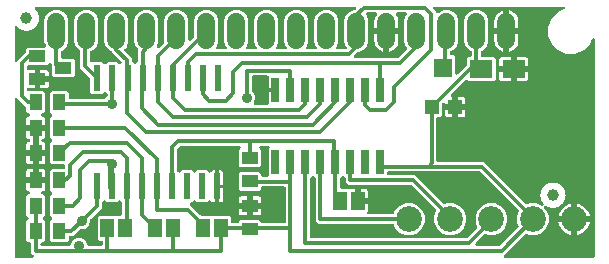
<source format=gbr>
G04 EAGLE Gerber RS-274X export*
G75*
%MOMM*%
%FSLAX34Y34*%
%LPD*%
%INTop Copper*%
%IPPOS*%
%AMOC8*
5,1,8,0,0,1.08239X$1,22.5*%
G01*
%ADD10R,0.600000X2.200000*%
%ADD11R,0.660400X2.032000*%
%ADD12R,1.100000X1.400000*%
%ADD13R,1.168400X1.600200*%
%ADD14C,2.184400*%
%ADD15R,1.400000X1.100000*%
%ADD16R,1.400000X1.000000*%
%ADD17R,1.500000X1.600000*%
%ADD18R,1.200000X1.200000*%
%ADD19R,1.950000X1.500000*%
%ADD20C,1.524000*%
%ADD21C,1.000000*%
%ADD22C,0.304800*%
%ADD23C,0.906400*%

G36*
X495268Y5476D02*
X495268Y5476D01*
X495387Y5483D01*
X495425Y5496D01*
X495466Y5501D01*
X495576Y5544D01*
X495689Y5581D01*
X495724Y5603D01*
X495761Y5618D01*
X495857Y5687D01*
X495958Y5751D01*
X495986Y5781D01*
X496019Y5804D01*
X496095Y5896D01*
X496176Y5983D01*
X496196Y6018D01*
X496221Y6049D01*
X496272Y6157D01*
X496330Y6261D01*
X496340Y6301D01*
X496357Y6337D01*
X496379Y6454D01*
X496409Y6569D01*
X496413Y6629D01*
X496417Y6649D01*
X496415Y6670D01*
X496419Y6730D01*
X496419Y189810D01*
X496411Y189879D01*
X496412Y189949D01*
X496391Y190036D01*
X496379Y190125D01*
X496354Y190190D01*
X496337Y190258D01*
X496295Y190337D01*
X496262Y190421D01*
X496221Y190477D01*
X496189Y190539D01*
X496128Y190606D01*
X496076Y190678D01*
X496022Y190723D01*
X495975Y190774D01*
X495900Y190824D01*
X495831Y190881D01*
X495767Y190911D01*
X495709Y190949D01*
X495624Y190978D01*
X495543Y191017D01*
X495474Y191030D01*
X495408Y191052D01*
X495319Y191059D01*
X495231Y191076D01*
X495161Y191072D01*
X495091Y191078D01*
X495003Y191062D01*
X494913Y191057D01*
X494847Y191035D01*
X494778Y191023D01*
X494696Y190986D01*
X494611Y190959D01*
X494552Y190921D01*
X494488Y190893D01*
X494418Y190837D01*
X494342Y190788D01*
X494294Y190738D01*
X494240Y190694D01*
X494185Y190622D01*
X494124Y190557D01*
X494090Y190496D01*
X494048Y190440D01*
X493977Y190295D01*
X492426Y186550D01*
X487058Y181182D01*
X480045Y178277D01*
X472455Y178277D01*
X465442Y181182D01*
X460074Y186550D01*
X457169Y193563D01*
X457169Y201153D01*
X460074Y208166D01*
X465442Y213534D01*
X470472Y215617D01*
X470532Y215652D01*
X470597Y215678D01*
X470670Y215730D01*
X470748Y215775D01*
X470798Y215823D01*
X470855Y215864D01*
X470912Y215934D01*
X470976Y215996D01*
X471013Y216056D01*
X471057Y216109D01*
X471096Y216191D01*
X471143Y216267D01*
X471163Y216334D01*
X471193Y216397D01*
X471210Y216485D01*
X471236Y216571D01*
X471240Y216641D01*
X471253Y216710D01*
X471247Y216799D01*
X471251Y216889D01*
X471237Y216957D01*
X471233Y217027D01*
X471205Y217112D01*
X471187Y217200D01*
X471156Y217263D01*
X471135Y217329D01*
X471087Y217405D01*
X471047Y217486D01*
X471002Y217539D01*
X470965Y217598D01*
X470899Y217660D01*
X470841Y217728D01*
X470784Y217768D01*
X470733Y217816D01*
X470655Y217859D01*
X470581Y217911D01*
X470516Y217936D01*
X470455Y217970D01*
X470368Y217992D01*
X470284Y218024D01*
X470214Y218032D01*
X470147Y218049D01*
X469986Y218059D01*
X360983Y218059D01*
X360846Y218042D01*
X360707Y218029D01*
X360688Y218022D01*
X360668Y218019D01*
X360539Y217968D01*
X360408Y217921D01*
X360391Y217910D01*
X360372Y217902D01*
X360260Y217821D01*
X360145Y217743D01*
X360131Y217727D01*
X360115Y217716D01*
X360026Y217608D01*
X359934Y217504D01*
X359925Y217486D01*
X359912Y217471D01*
X359853Y217345D01*
X359790Y217221D01*
X359785Y217201D01*
X359776Y217183D01*
X359750Y217047D01*
X359720Y216911D01*
X359720Y216890D01*
X359717Y216871D01*
X359725Y216732D01*
X359730Y216593D01*
X359735Y216573D01*
X359736Y216553D01*
X359779Y216421D01*
X359818Y216287D01*
X359828Y216270D01*
X359834Y216251D01*
X359909Y216133D01*
X359979Y216013D01*
X359998Y215992D01*
X360005Y215982D01*
X360020Y215968D01*
X360086Y215893D01*
X362205Y213773D01*
X362222Y213638D01*
X362235Y213500D01*
X362242Y213481D01*
X362245Y213461D01*
X362296Y213332D01*
X362343Y213201D01*
X362354Y213184D01*
X362362Y213165D01*
X362443Y213053D01*
X362521Y212938D01*
X362537Y212924D01*
X362548Y212908D01*
X362656Y212819D01*
X362760Y212727D01*
X362778Y212718D01*
X362793Y212705D01*
X362919Y212646D01*
X363043Y212583D01*
X363063Y212578D01*
X363081Y212570D01*
X363218Y212543D01*
X363353Y212513D01*
X363374Y212514D01*
X363393Y212510D01*
X363532Y212518D01*
X363671Y212523D01*
X363691Y212528D01*
X363711Y212529D01*
X363843Y212572D01*
X363977Y212611D01*
X363994Y212621D01*
X364013Y212628D01*
X364131Y212702D01*
X364251Y212773D01*
X364272Y212791D01*
X364282Y212798D01*
X364296Y212813D01*
X364371Y212879D01*
X365084Y213592D01*
X368819Y215139D01*
X372861Y215139D01*
X376596Y213592D01*
X379454Y210734D01*
X381001Y206999D01*
X381001Y187717D01*
X379454Y183982D01*
X376596Y181124D01*
X374418Y180222D01*
X374393Y180208D01*
X374365Y180199D01*
X374255Y180129D01*
X374142Y180065D01*
X374121Y180044D01*
X374096Y180028D01*
X374007Y179934D01*
X373914Y179843D01*
X373898Y179818D01*
X373878Y179797D01*
X373815Y179683D01*
X373747Y179572D01*
X373739Y179544D01*
X373724Y179518D01*
X373692Y179393D01*
X373654Y179268D01*
X373652Y179239D01*
X373645Y179210D01*
X373635Y179050D01*
X373635Y177940D01*
X373650Y177822D01*
X373657Y177703D01*
X373670Y177665D01*
X373675Y177624D01*
X373718Y177514D01*
X373755Y177401D01*
X373777Y177366D01*
X373792Y177329D01*
X373861Y177233D01*
X373925Y177132D01*
X373955Y177104D01*
X373978Y177071D01*
X374070Y176995D01*
X374157Y176914D01*
X374192Y176894D01*
X374223Y176869D01*
X374331Y176818D01*
X374435Y176760D01*
X374475Y176750D01*
X374511Y176733D01*
X374628Y176711D01*
X374743Y176681D01*
X374803Y176677D01*
X374823Y176673D01*
X374844Y176675D01*
X374904Y176671D01*
X376852Y176671D01*
X378341Y175182D01*
X378341Y161733D01*
X378358Y161596D01*
X378371Y161457D01*
X378378Y161438D01*
X378381Y161418D01*
X378432Y161289D01*
X378479Y161158D01*
X378490Y161141D01*
X378498Y161122D01*
X378579Y161010D01*
X378657Y160895D01*
X378673Y160881D01*
X378684Y160865D01*
X378792Y160776D01*
X378896Y160684D01*
X378914Y160675D01*
X378929Y160662D01*
X379055Y160603D01*
X379179Y160540D01*
X379199Y160535D01*
X379217Y160526D01*
X379353Y160500D01*
X379489Y160470D01*
X379510Y160470D01*
X379529Y160467D01*
X379668Y160475D01*
X379807Y160480D01*
X379827Y160485D01*
X379847Y160486D01*
X379979Y160529D01*
X380113Y160568D01*
X380130Y160578D01*
X380149Y160584D01*
X380267Y160659D01*
X380387Y160729D01*
X380408Y160748D01*
X380418Y160755D01*
X380432Y160770D01*
X380507Y160836D01*
X386084Y166412D01*
X387608Y167936D01*
X387668Y168014D01*
X387736Y168086D01*
X387765Y168139D01*
X387802Y168187D01*
X387842Y168278D01*
X387890Y168365D01*
X387905Y168423D01*
X387929Y168479D01*
X387944Y168577D01*
X387969Y168673D01*
X387975Y168773D01*
X387979Y168793D01*
X387977Y168805D01*
X387979Y168833D01*
X387979Y173652D01*
X389468Y175141D01*
X390906Y175141D01*
X391024Y175156D01*
X391143Y175163D01*
X391181Y175176D01*
X391222Y175181D01*
X391332Y175224D01*
X391445Y175261D01*
X391480Y175283D01*
X391517Y175298D01*
X391613Y175367D01*
X391714Y175431D01*
X391742Y175461D01*
X391775Y175484D01*
X391851Y175576D01*
X391932Y175663D01*
X391952Y175698D01*
X391977Y175729D01*
X392028Y175837D01*
X392086Y175941D01*
X392096Y175981D01*
X392113Y176017D01*
X392135Y176134D01*
X392165Y176249D01*
X392169Y176309D01*
X392173Y176329D01*
X392171Y176350D01*
X392175Y176410D01*
X392175Y179576D01*
X392172Y179605D01*
X392174Y179634D01*
X392152Y179762D01*
X392135Y179891D01*
X392125Y179919D01*
X392120Y179948D01*
X392066Y180066D01*
X392018Y180187D01*
X392001Y180211D01*
X391989Y180238D01*
X391908Y180339D01*
X391832Y180444D01*
X391809Y180463D01*
X391790Y180486D01*
X391687Y180564D01*
X391587Y180647D01*
X391560Y180660D01*
X391536Y180677D01*
X391392Y180748D01*
X390484Y181124D01*
X387626Y183982D01*
X386079Y187717D01*
X386079Y206999D01*
X387626Y210734D01*
X390484Y213592D01*
X394219Y215139D01*
X398261Y215139D01*
X401996Y213592D01*
X404854Y210734D01*
X406401Y206999D01*
X406401Y187717D01*
X404854Y183982D01*
X401996Y181124D01*
X401088Y180748D01*
X401063Y180734D01*
X401035Y180725D01*
X400925Y180655D01*
X400812Y180591D01*
X400791Y180570D01*
X400766Y180554D01*
X400677Y180460D01*
X400584Y180369D01*
X400568Y180344D01*
X400548Y180323D01*
X400485Y180209D01*
X400417Y180098D01*
X400409Y180070D01*
X400394Y180044D01*
X400362Y179919D01*
X400324Y179794D01*
X400322Y179765D01*
X400315Y179736D01*
X400305Y179576D01*
X400305Y176410D01*
X400320Y176292D01*
X400327Y176173D01*
X400340Y176135D01*
X400345Y176094D01*
X400388Y175984D01*
X400425Y175871D01*
X400447Y175836D01*
X400462Y175799D01*
X400532Y175702D01*
X400595Y175602D01*
X400625Y175574D01*
X400648Y175541D01*
X400740Y175465D01*
X400827Y175384D01*
X400862Y175364D01*
X400893Y175339D01*
X401001Y175288D01*
X401105Y175230D01*
X401145Y175220D01*
X401181Y175203D01*
X401298Y175181D01*
X401413Y175151D01*
X401473Y175147D01*
X401493Y175143D01*
X401514Y175145D01*
X401574Y175141D01*
X411072Y175141D01*
X412561Y173652D01*
X412561Y156548D01*
X411072Y155059D01*
X389468Y155059D01*
X388745Y155782D01*
X388651Y155855D01*
X388562Y155933D01*
X388526Y155952D01*
X388494Y155977D01*
X388384Y156024D01*
X388279Y156078D01*
X388239Y156087D01*
X388202Y156103D01*
X388084Y156122D01*
X387968Y156148D01*
X387928Y156147D01*
X387888Y156153D01*
X387769Y156142D01*
X387650Y156138D01*
X387612Y156127D01*
X387571Y156123D01*
X387459Y156083D01*
X387345Y156050D01*
X387310Y156029D01*
X387272Y156015D01*
X387174Y155949D01*
X387071Y155888D01*
X387026Y155848D01*
X387009Y155837D01*
X386995Y155822D01*
X386950Y155782D01*
X374756Y143587D01*
X374671Y143478D01*
X374582Y143371D01*
X374573Y143352D01*
X374561Y143336D01*
X374505Y143208D01*
X374446Y143083D01*
X374443Y143063D01*
X374435Y143044D01*
X374413Y142906D01*
X374387Y142770D01*
X374388Y142750D01*
X374385Y142730D01*
X374398Y142591D01*
X374406Y142453D01*
X374413Y142434D01*
X374415Y142414D01*
X374462Y142282D01*
X374504Y142151D01*
X374515Y142133D01*
X374522Y142114D01*
X374600Y141999D01*
X374675Y141882D01*
X374689Y141868D01*
X374701Y141851D01*
X374805Y141759D01*
X374906Y141664D01*
X374924Y141654D01*
X374939Y141641D01*
X375063Y141577D01*
X375185Y141510D01*
X375204Y141505D01*
X375222Y141496D01*
X375358Y141466D01*
X375493Y141431D01*
X375521Y141429D01*
X375533Y141426D01*
X375553Y141427D01*
X375653Y141421D01*
X375761Y141421D01*
X375761Y135419D01*
X369759Y135419D01*
X369759Y135527D01*
X369742Y135665D01*
X369729Y135803D01*
X369722Y135822D01*
X369719Y135842D01*
X369668Y135971D01*
X369621Y136102D01*
X369610Y136119D01*
X369602Y136138D01*
X369521Y136250D01*
X369443Y136365D01*
X369427Y136379D01*
X369416Y136395D01*
X369308Y136484D01*
X369204Y136576D01*
X369186Y136585D01*
X369171Y136598D01*
X369045Y136657D01*
X368921Y136721D01*
X368901Y136725D01*
X368883Y136734D01*
X368747Y136760D01*
X368611Y136790D01*
X368590Y136790D01*
X368571Y136793D01*
X368432Y136785D01*
X368293Y136780D01*
X368273Y136775D01*
X368253Y136774D01*
X368121Y136731D01*
X367987Y136692D01*
X367970Y136682D01*
X367951Y136676D01*
X367833Y136601D01*
X367713Y136531D01*
X367692Y136512D01*
X367682Y136505D01*
X367668Y136490D01*
X367592Y136424D01*
X367212Y136044D01*
X367152Y135966D01*
X367084Y135894D01*
X367055Y135841D01*
X367018Y135793D01*
X366978Y135702D01*
X366930Y135615D01*
X366915Y135557D01*
X366891Y135501D01*
X366876Y135403D01*
X366851Y135307D01*
X366845Y135207D01*
X366841Y135187D01*
X366843Y135175D01*
X366841Y135147D01*
X366841Y125828D01*
X365352Y124339D01*
X363634Y124339D01*
X363516Y124324D01*
X363397Y124317D01*
X363359Y124304D01*
X363318Y124299D01*
X363208Y124256D01*
X363095Y124219D01*
X363060Y124197D01*
X363023Y124182D01*
X362927Y124113D01*
X362826Y124049D01*
X362798Y124019D01*
X362765Y123996D01*
X362689Y123904D01*
X362608Y123817D01*
X362588Y123782D01*
X362563Y123751D01*
X362512Y123643D01*
X362454Y123539D01*
X362444Y123499D01*
X362427Y123463D01*
X362405Y123346D01*
X362375Y123231D01*
X362371Y123171D01*
X362367Y123151D01*
X362369Y123130D01*
X362365Y123070D01*
X362365Y87884D01*
X362380Y87766D01*
X362387Y87647D01*
X362400Y87609D01*
X362405Y87568D01*
X362448Y87458D01*
X362485Y87345D01*
X362507Y87310D01*
X362522Y87273D01*
X362591Y87177D01*
X362655Y87076D01*
X362685Y87048D01*
X362708Y87015D01*
X362800Y86939D01*
X362887Y86858D01*
X362922Y86838D01*
X362953Y86813D01*
X363061Y86762D01*
X363165Y86704D01*
X363205Y86694D01*
X363241Y86677D01*
X363358Y86655D01*
X363473Y86625D01*
X363533Y86621D01*
X363553Y86617D01*
X363574Y86619D01*
X363634Y86615D01*
X403004Y86615D01*
X438395Y51223D01*
X438418Y51205D01*
X438438Y51183D01*
X438544Y51108D01*
X438646Y51028D01*
X438674Y51017D01*
X438698Y51000D01*
X438819Y50954D01*
X438938Y50902D01*
X438967Y50897D01*
X438995Y50887D01*
X439124Y50873D01*
X439252Y50852D01*
X439282Y50855D01*
X439311Y50852D01*
X439440Y50870D01*
X439569Y50882D01*
X439597Y50892D01*
X439626Y50896D01*
X439778Y50948D01*
X441262Y51563D01*
X446618Y51563D01*
X451407Y49579D01*
X451521Y49548D01*
X451526Y49546D01*
X451530Y49544D01*
X451533Y49544D01*
X451632Y49509D01*
X451674Y49506D01*
X451714Y49495D01*
X451832Y49493D01*
X451949Y49484D01*
X451990Y49491D01*
X452032Y49490D01*
X452147Y49518D01*
X452263Y49538D01*
X452301Y49555D01*
X452341Y49564D01*
X452446Y49620D01*
X452553Y49668D01*
X452585Y49694D01*
X452622Y49713D01*
X452709Y49792D01*
X452802Y49866D01*
X452827Y49899D01*
X452857Y49927D01*
X452922Y50026D01*
X452993Y50120D01*
X453009Y50158D01*
X453032Y50193D01*
X453070Y50304D01*
X453116Y50413D01*
X453122Y50454D01*
X453135Y50493D01*
X453145Y50611D01*
X453162Y50728D01*
X453157Y50769D01*
X453160Y50810D01*
X453140Y50927D01*
X453139Y50936D01*
X453139Y50960D01*
X453136Y50970D01*
X453128Y51044D01*
X453113Y51083D01*
X453106Y51124D01*
X453064Y51216D01*
X453050Y51266D01*
X453035Y51291D01*
X453016Y51342D01*
X452984Y51395D01*
X452975Y51414D01*
X452963Y51429D01*
X452932Y51480D01*
X452925Y51491D01*
X452904Y51513D01*
X452889Y51540D01*
X452782Y51660D01*
X452634Y51809D01*
X452620Y51844D01*
X452568Y51982D01*
X452560Y51996D01*
X452557Y52003D01*
X452548Y52015D01*
X452484Y52119D01*
X452174Y52563D01*
X452074Y52673D01*
X451978Y52784D01*
X451968Y52790D01*
X451960Y52799D01*
X451928Y52820D01*
X451844Y53000D01*
X451828Y53026D01*
X451817Y53054D01*
X451733Y53192D01*
X451613Y53364D01*
X451605Y53402D01*
X451578Y53546D01*
X451573Y53561D01*
X451571Y53568D01*
X451564Y53582D01*
X451520Y53696D01*
X451291Y54187D01*
X451212Y54312D01*
X451136Y54438D01*
X451128Y54446D01*
X451121Y54456D01*
X451094Y54482D01*
X451042Y54674D01*
X451031Y54702D01*
X451025Y54732D01*
X450966Y54882D01*
X450878Y55072D01*
X450877Y55111D01*
X450875Y55258D01*
X450872Y55273D01*
X450872Y55281D01*
X450868Y55296D01*
X450844Y55415D01*
X450703Y55939D01*
X450648Y56075D01*
X450594Y56213D01*
X450588Y56222D01*
X450583Y56233D01*
X450560Y56264D01*
X450543Y56462D01*
X450537Y56492D01*
X450536Y56522D01*
X450505Y56680D01*
X450450Y56883D01*
X450456Y56920D01*
X450480Y57066D01*
X450480Y57081D01*
X450481Y57089D01*
X450479Y57105D01*
X450476Y57226D01*
X450429Y57766D01*
X450398Y57910D01*
X450369Y58055D01*
X450364Y58065D01*
X450362Y58077D01*
X450345Y58111D01*
X450362Y58309D01*
X450361Y58340D01*
X450366Y58370D01*
X450362Y58531D01*
X450344Y58740D01*
X450356Y58776D01*
X450405Y58915D01*
X450407Y58930D01*
X450410Y58937D01*
X450411Y58953D01*
X450429Y59074D01*
X450476Y59614D01*
X450471Y59760D01*
X450468Y59908D01*
X450465Y59920D01*
X450464Y59931D01*
X450453Y59968D01*
X450505Y60160D01*
X450509Y60190D01*
X450519Y60219D01*
X450543Y60378D01*
X450562Y60587D01*
X450579Y60620D01*
X450652Y60749D01*
X450657Y60764D01*
X450660Y60770D01*
X450664Y60785D01*
X450703Y60901D01*
X450844Y61424D01*
X450863Y61570D01*
X450886Y61716D01*
X450885Y61728D01*
X450887Y61740D01*
X450882Y61778D01*
X450966Y61958D01*
X450976Y61987D01*
X450991Y62013D01*
X451042Y62166D01*
X451096Y62369D01*
X451120Y62398D01*
X451214Y62512D01*
X451221Y62526D01*
X451226Y62532D01*
X451232Y62546D01*
X451291Y62653D01*
X451520Y63144D01*
X451565Y63285D01*
X451612Y63424D01*
X451613Y63436D01*
X451617Y63447D01*
X451619Y63485D01*
X451733Y63648D01*
X451747Y63675D01*
X451767Y63698D01*
X451844Y63840D01*
X451933Y64030D01*
X451961Y64055D01*
X452073Y64151D01*
X452083Y64163D01*
X452089Y64168D01*
X452097Y64182D01*
X452174Y64277D01*
X452484Y64721D01*
X452553Y64851D01*
X452624Y64980D01*
X452627Y64991D01*
X452633Y65002D01*
X452641Y65039D01*
X452782Y65180D01*
X452801Y65204D01*
X452824Y65223D01*
X452924Y65349D01*
X453045Y65521D01*
X453077Y65541D01*
X453204Y65616D01*
X453216Y65626D01*
X453222Y65630D01*
X453233Y65641D01*
X453325Y65722D01*
X453708Y66105D01*
X453799Y66222D01*
X453891Y66336D01*
X453896Y66347D01*
X453903Y66357D01*
X453918Y66391D01*
X454081Y66506D01*
X454103Y66526D01*
X454130Y66541D01*
X454250Y66648D01*
X454399Y66796D01*
X454434Y66810D01*
X454572Y66862D01*
X454586Y66870D01*
X454593Y66873D01*
X454605Y66882D01*
X454709Y66946D01*
X455153Y67256D01*
X455263Y67356D01*
X455374Y67452D01*
X455380Y67462D01*
X455389Y67470D01*
X455410Y67502D01*
X455590Y67586D01*
X455616Y67602D01*
X455644Y67613D01*
X455782Y67697D01*
X455954Y67817D01*
X455992Y67825D01*
X456136Y67852D01*
X456151Y67857D01*
X456158Y67859D01*
X456172Y67866D01*
X456286Y67910D01*
X456777Y68139D01*
X456902Y68218D01*
X457028Y68294D01*
X457036Y68302D01*
X457046Y68309D01*
X457072Y68336D01*
X457264Y68388D01*
X457292Y68399D01*
X457322Y68405D01*
X457472Y68464D01*
X457662Y68552D01*
X457701Y68553D01*
X457848Y68555D01*
X457863Y68558D01*
X457871Y68558D01*
X457886Y68562D01*
X458005Y68586D01*
X458529Y68727D01*
X458665Y68782D01*
X458803Y68836D01*
X458812Y68842D01*
X458823Y68847D01*
X458854Y68870D01*
X459052Y68887D01*
X459082Y68893D01*
X459112Y68894D01*
X459270Y68925D01*
X459473Y68980D01*
X459511Y68974D01*
X459656Y68950D01*
X459671Y68950D01*
X459679Y68949D01*
X459695Y68951D01*
X459817Y68954D01*
X460356Y69001D01*
X460500Y69032D01*
X460645Y69061D01*
X460656Y69066D01*
X460667Y69068D01*
X460701Y69085D01*
X460899Y69068D01*
X460930Y69069D01*
X460960Y69064D01*
X461121Y69068D01*
X461330Y69086D01*
X461366Y69074D01*
X461505Y69025D01*
X461520Y69023D01*
X461528Y69020D01*
X461544Y69019D01*
X461664Y69001D01*
X462203Y68954D01*
X462351Y68959D01*
X462498Y68962D01*
X462510Y68965D01*
X462521Y68966D01*
X462558Y68977D01*
X462750Y68925D01*
X462780Y68921D01*
X462809Y68911D01*
X462968Y68887D01*
X463177Y68869D01*
X463211Y68850D01*
X463339Y68778D01*
X463354Y68773D01*
X463360Y68769D01*
X463376Y68766D01*
X463491Y68727D01*
X464015Y68586D01*
X464160Y68566D01*
X464306Y68544D01*
X464318Y68545D01*
X464330Y68543D01*
X464368Y68548D01*
X464548Y68464D01*
X464577Y68454D01*
X464603Y68439D01*
X464756Y68388D01*
X464959Y68334D01*
X464988Y68310D01*
X465102Y68216D01*
X465116Y68209D01*
X465122Y68204D01*
X465136Y68198D01*
X465243Y68139D01*
X465734Y67910D01*
X465875Y67865D01*
X466014Y67818D01*
X466026Y67817D01*
X466037Y67813D01*
X466075Y67811D01*
X466238Y67697D01*
X466265Y67683D01*
X466288Y67663D01*
X466430Y67586D01*
X466620Y67497D01*
X466645Y67469D01*
X466741Y67357D01*
X466753Y67347D01*
X466758Y67341D01*
X466772Y67333D01*
X466867Y67256D01*
X467311Y66946D01*
X467441Y66877D01*
X467570Y66806D01*
X467581Y66803D01*
X467592Y66797D01*
X467629Y66789D01*
X467770Y66648D01*
X467794Y66629D01*
X467813Y66606D01*
X467939Y66506D01*
X468111Y66385D01*
X468131Y66353D01*
X468206Y66226D01*
X468216Y66214D01*
X468220Y66208D01*
X468231Y66197D01*
X468312Y66105D01*
X468695Y65722D01*
X468813Y65631D01*
X468926Y65539D01*
X468937Y65534D01*
X468947Y65527D01*
X468981Y65512D01*
X469096Y65349D01*
X469116Y65327D01*
X469131Y65300D01*
X469238Y65180D01*
X469386Y65031D01*
X469400Y64996D01*
X469452Y64858D01*
X469460Y64844D01*
X469463Y64837D01*
X469472Y64825D01*
X469536Y64721D01*
X469846Y64277D01*
X469946Y64167D01*
X470042Y64056D01*
X470052Y64050D01*
X470060Y64041D01*
X470092Y64020D01*
X470176Y63840D01*
X470192Y63814D01*
X470203Y63786D01*
X470287Y63648D01*
X470407Y63476D01*
X470415Y63438D01*
X470442Y63294D01*
X470447Y63279D01*
X470449Y63272D01*
X470456Y63258D01*
X470500Y63144D01*
X470729Y62653D01*
X470808Y62528D01*
X470884Y62402D01*
X470892Y62394D01*
X470899Y62384D01*
X470926Y62358D01*
X470978Y62166D01*
X470989Y62138D01*
X470995Y62108D01*
X471054Y61958D01*
X471142Y61768D01*
X471143Y61729D01*
X471145Y61582D01*
X471148Y61567D01*
X471148Y61559D01*
X471152Y61544D01*
X471176Y61425D01*
X471317Y60901D01*
X471373Y60764D01*
X471426Y60627D01*
X471432Y60618D01*
X471437Y60607D01*
X471460Y60576D01*
X471477Y60378D01*
X471483Y60348D01*
X471484Y60318D01*
X471515Y60160D01*
X471570Y59957D01*
X471564Y59920D01*
X471540Y59774D01*
X471540Y59759D01*
X471539Y59751D01*
X471541Y59735D01*
X471544Y59614D01*
X471591Y59074D01*
X471622Y58929D01*
X471651Y58785D01*
X471656Y58775D01*
X471658Y58763D01*
X471675Y58729D01*
X471658Y58531D01*
X471659Y58500D01*
X471654Y58470D01*
X471658Y58309D01*
X471676Y58100D01*
X471664Y58064D01*
X471615Y57925D01*
X471613Y57910D01*
X471610Y57903D01*
X471609Y57887D01*
X471591Y57766D01*
X471544Y57226D01*
X471549Y57080D01*
X471552Y56932D01*
X471555Y56920D01*
X471556Y56909D01*
X471567Y56872D01*
X471515Y56680D01*
X471511Y56650D01*
X471501Y56621D01*
X471477Y56462D01*
X471459Y56253D01*
X471440Y56219D01*
X471368Y56091D01*
X471363Y56076D01*
X471359Y56070D01*
X471356Y56054D01*
X471317Y55939D01*
X471176Y55415D01*
X471156Y55270D01*
X471134Y55124D01*
X471135Y55112D01*
X471133Y55100D01*
X471138Y55063D01*
X471054Y54882D01*
X471044Y54853D01*
X471029Y54827D01*
X470978Y54674D01*
X470924Y54471D01*
X470900Y54442D01*
X470806Y54328D01*
X470799Y54314D01*
X470794Y54308D01*
X470788Y54294D01*
X470729Y54187D01*
X470500Y53696D01*
X470455Y53555D01*
X470408Y53416D01*
X470407Y53404D01*
X470403Y53393D01*
X470401Y53355D01*
X470287Y53192D01*
X470273Y53165D01*
X470253Y53142D01*
X470176Y53000D01*
X470087Y52810D01*
X470059Y52785D01*
X469947Y52689D01*
X469937Y52677D01*
X469931Y52672D01*
X469923Y52658D01*
X469846Y52563D01*
X469536Y52119D01*
X469467Y51989D01*
X469396Y51860D01*
X469393Y51849D01*
X469387Y51838D01*
X469379Y51801D01*
X469238Y51660D01*
X469219Y51636D01*
X469196Y51617D01*
X469096Y51491D01*
X468975Y51319D01*
X468943Y51299D01*
X468816Y51224D01*
X468804Y51214D01*
X468798Y51210D01*
X468787Y51199D01*
X468695Y51118D01*
X468312Y50735D01*
X468221Y50617D01*
X468129Y50504D01*
X468124Y50493D01*
X468117Y50483D01*
X468102Y50449D01*
X467939Y50334D01*
X467917Y50314D01*
X467890Y50299D01*
X467770Y50192D01*
X467621Y50044D01*
X467586Y50030D01*
X467448Y49978D01*
X467434Y49970D01*
X467427Y49967D01*
X467415Y49958D01*
X467311Y49894D01*
X466867Y49584D01*
X466757Y49484D01*
X466646Y49388D01*
X466640Y49378D01*
X466631Y49370D01*
X466610Y49338D01*
X466430Y49254D01*
X466404Y49238D01*
X466376Y49227D01*
X466238Y49143D01*
X466066Y49023D01*
X466028Y49015D01*
X465884Y48988D01*
X465869Y48983D01*
X465862Y48981D01*
X465848Y48974D01*
X465734Y48930D01*
X465243Y48701D01*
X465118Y48622D01*
X464992Y48546D01*
X464984Y48538D01*
X464974Y48531D01*
X464948Y48504D01*
X464756Y48452D01*
X464728Y48441D01*
X464698Y48435D01*
X464548Y48376D01*
X464358Y48288D01*
X464319Y48287D01*
X464172Y48285D01*
X464157Y48282D01*
X464149Y48282D01*
X464134Y48278D01*
X464015Y48254D01*
X463491Y48113D01*
X463355Y48058D01*
X463217Y48004D01*
X463208Y47998D01*
X463197Y47993D01*
X463166Y47970D01*
X462968Y47953D01*
X462938Y47947D01*
X462908Y47946D01*
X462750Y47915D01*
X462547Y47860D01*
X462510Y47866D01*
X462364Y47890D01*
X462349Y47890D01*
X462341Y47891D01*
X462325Y47889D01*
X462204Y47886D01*
X461664Y47839D01*
X461520Y47808D01*
X461375Y47779D01*
X461365Y47774D01*
X461353Y47772D01*
X461319Y47755D01*
X461121Y47772D01*
X461090Y47771D01*
X461060Y47776D01*
X460899Y47772D01*
X460690Y47754D01*
X460654Y47766D01*
X460515Y47815D01*
X460500Y47817D01*
X460493Y47820D01*
X460477Y47821D01*
X460356Y47839D01*
X459816Y47886D01*
X459670Y47881D01*
X459522Y47878D01*
X459510Y47875D01*
X459499Y47874D01*
X459462Y47863D01*
X459270Y47915D01*
X459240Y47919D01*
X459211Y47929D01*
X459052Y47953D01*
X458843Y47971D01*
X458809Y47990D01*
X458681Y48062D01*
X458666Y48067D01*
X458660Y48071D01*
X458644Y48074D01*
X458529Y48113D01*
X458005Y48254D01*
X457860Y48274D01*
X457714Y48296D01*
X457702Y48295D01*
X457690Y48297D01*
X457653Y48292D01*
X457472Y48376D01*
X457443Y48386D01*
X457417Y48401D01*
X457264Y48452D01*
X457061Y48506D01*
X457032Y48530D01*
X456918Y48624D01*
X456904Y48631D01*
X456898Y48636D01*
X456884Y48642D01*
X456777Y48701D01*
X456286Y48930D01*
X456145Y48975D01*
X456006Y49022D01*
X455994Y49023D01*
X455983Y49027D01*
X455945Y49029D01*
X455782Y49143D01*
X455755Y49158D01*
X455732Y49177D01*
X455590Y49254D01*
X455059Y49502D01*
X454967Y49531D01*
X454877Y49570D01*
X454816Y49580D01*
X454757Y49599D01*
X454659Y49605D01*
X454563Y49620D01*
X454501Y49614D01*
X454439Y49618D01*
X454344Y49599D01*
X454246Y49590D01*
X454188Y49569D01*
X454127Y49557D01*
X454039Y49516D01*
X453947Y49483D01*
X453896Y49448D01*
X453840Y49421D01*
X453765Y49359D01*
X453684Y49304D01*
X453643Y49257D01*
X453595Y49218D01*
X453538Y49138D01*
X453474Y49066D01*
X453445Y49010D01*
X453409Y48960D01*
X453373Y48869D01*
X453329Y48782D01*
X453315Y48722D01*
X453293Y48664D01*
X453281Y48567D01*
X453259Y48472D01*
X453261Y48410D01*
X453254Y48348D01*
X453266Y48251D01*
X453269Y48154D01*
X453286Y48094D01*
X453294Y48033D01*
X453330Y47942D01*
X453357Y47849D01*
X453389Y47795D01*
X453412Y47737D01*
X453470Y47659D01*
X453519Y47575D01*
X453588Y47496D01*
X453600Y47480D01*
X453608Y47473D01*
X453625Y47454D01*
X455353Y45726D01*
X457403Y40778D01*
X457403Y35422D01*
X455353Y30474D01*
X451566Y26687D01*
X446618Y24637D01*
X441262Y24637D01*
X438880Y25624D01*
X438852Y25632D01*
X438826Y25645D01*
X438699Y25674D01*
X438574Y25708D01*
X438544Y25708D01*
X438515Y25715D01*
X438385Y25711D01*
X438256Y25713D01*
X438227Y25706D01*
X438197Y25705D01*
X438073Y25669D01*
X437946Y25639D01*
X437920Y25625D01*
X437892Y25617D01*
X437780Y25551D01*
X437665Y25490D01*
X437643Y25470D01*
X437618Y25455D01*
X437497Y25349D01*
X419776Y7627D01*
X419691Y7518D01*
X419602Y7411D01*
X419593Y7392D01*
X419581Y7376D01*
X419525Y7248D01*
X419466Y7123D01*
X419463Y7103D01*
X419455Y7084D01*
X419433Y6946D01*
X419407Y6810D01*
X419408Y6790D01*
X419405Y6770D01*
X419418Y6631D01*
X419426Y6493D01*
X419433Y6474D01*
X419435Y6454D01*
X419482Y6322D01*
X419524Y6191D01*
X419535Y6173D01*
X419542Y6154D01*
X419620Y6039D01*
X419695Y5922D01*
X419709Y5908D01*
X419721Y5891D01*
X419825Y5799D01*
X419926Y5704D01*
X419944Y5694D01*
X419959Y5681D01*
X420083Y5617D01*
X420205Y5550D01*
X420224Y5545D01*
X420242Y5536D01*
X420378Y5506D01*
X420513Y5471D01*
X420541Y5469D01*
X420553Y5466D01*
X420573Y5467D01*
X420673Y5461D01*
X495150Y5461D01*
X495268Y5476D01*
G37*
G36*
X20314Y5478D02*
X20314Y5478D01*
X20453Y5491D01*
X20472Y5498D01*
X20492Y5501D01*
X20621Y5552D01*
X20752Y5599D01*
X20769Y5610D01*
X20788Y5618D01*
X20900Y5699D01*
X21015Y5777D01*
X21029Y5793D01*
X21045Y5804D01*
X21134Y5912D01*
X21226Y6016D01*
X21235Y6034D01*
X21248Y6049D01*
X21307Y6175D01*
X21370Y6299D01*
X21375Y6319D01*
X21384Y6337D01*
X21410Y6473D01*
X21440Y6609D01*
X21440Y6630D01*
X21443Y6649D01*
X21435Y6788D01*
X21430Y6927D01*
X21425Y6947D01*
X21424Y6967D01*
X21381Y7099D01*
X21342Y7233D01*
X21332Y7250D01*
X21326Y7269D01*
X21251Y7387D01*
X21181Y7507D01*
X21162Y7528D01*
X21155Y7538D01*
X21140Y7552D01*
X21074Y7627D01*
X18955Y9746D01*
X18955Y17130D01*
X18940Y17248D01*
X18933Y17367D01*
X18920Y17405D01*
X18915Y17446D01*
X18872Y17556D01*
X18835Y17669D01*
X18813Y17704D01*
X18798Y17741D01*
X18729Y17837D01*
X18665Y17938D01*
X18635Y17966D01*
X18612Y17999D01*
X18520Y18075D01*
X18433Y18156D01*
X18398Y18176D01*
X18367Y18201D01*
X18259Y18252D01*
X18155Y18310D01*
X18115Y18320D01*
X18079Y18337D01*
X17962Y18359D01*
X17847Y18389D01*
X17787Y18393D01*
X17767Y18397D01*
X17746Y18395D01*
X17686Y18399D01*
X16468Y18399D01*
X14979Y19888D01*
X14979Y35992D01*
X16824Y37838D01*
X16897Y37932D01*
X16976Y38021D01*
X16994Y38057D01*
X17019Y38089D01*
X17067Y38198D01*
X17121Y38304D01*
X17130Y38343D01*
X17146Y38381D01*
X17164Y38498D01*
X17190Y38614D01*
X17189Y38655D01*
X17195Y38695D01*
X17184Y38813D01*
X17181Y38932D01*
X17169Y38971D01*
X17166Y39011D01*
X17125Y39123D01*
X17092Y39238D01*
X17072Y39273D01*
X17058Y39311D01*
X16991Y39409D01*
X16931Y39512D01*
X16891Y39557D01*
X16879Y39574D01*
X16864Y39587D01*
X16824Y39633D01*
X14979Y41478D01*
X14979Y57582D01*
X16468Y59071D01*
X16907Y59071D01*
X17058Y59090D01*
X17209Y59107D01*
X17215Y59110D01*
X17222Y59111D01*
X17363Y59166D01*
X17506Y59221D01*
X17512Y59225D01*
X17518Y59228D01*
X17641Y59317D01*
X17765Y59405D01*
X17770Y59410D01*
X17775Y59414D01*
X17872Y59532D01*
X17971Y59648D01*
X17974Y59654D01*
X17978Y59659D01*
X18043Y59797D01*
X18109Y59934D01*
X18111Y59941D01*
X18114Y59947D01*
X18142Y60095D01*
X18172Y60246D01*
X18172Y60253D01*
X18173Y60259D01*
X18164Y60411D01*
X18156Y60564D01*
X18154Y60570D01*
X18154Y60577D01*
X18107Y60720D01*
X18061Y60867D01*
X18058Y60873D01*
X18056Y60879D01*
X17974Y61008D01*
X17894Y61138D01*
X17889Y61142D01*
X17885Y61148D01*
X17775Y61252D01*
X17665Y61358D01*
X17659Y61361D01*
X17654Y61366D01*
X17520Y61440D01*
X17388Y61515D01*
X17379Y61517D01*
X17375Y61520D01*
X17365Y61522D01*
X17235Y61566D01*
X16539Y61752D01*
X15960Y62087D01*
X15487Y62560D01*
X15152Y63139D01*
X14979Y63786D01*
X14979Y68581D01*
X21750Y68581D01*
X21868Y68596D01*
X21987Y68603D01*
X22025Y68616D01*
X22065Y68621D01*
X22176Y68664D01*
X22289Y68701D01*
X22324Y68723D01*
X22361Y68738D01*
X22457Y68808D01*
X22558Y68871D01*
X22586Y68901D01*
X22618Y68925D01*
X22694Y69016D01*
X22776Y69103D01*
X22795Y69138D01*
X22821Y69169D01*
X22872Y69277D01*
X22929Y69381D01*
X22940Y69421D01*
X22957Y69457D01*
X22979Y69574D01*
X23009Y69689D01*
X23013Y69750D01*
X23017Y69770D01*
X23015Y69790D01*
X23019Y69850D01*
X23019Y71121D01*
X23021Y71121D01*
X23021Y69850D01*
X23036Y69732D01*
X23043Y69613D01*
X23056Y69575D01*
X23061Y69535D01*
X23105Y69424D01*
X23141Y69311D01*
X23163Y69276D01*
X23178Y69239D01*
X23248Y69143D01*
X23311Y69042D01*
X23341Y69014D01*
X23365Y68981D01*
X23456Y68906D01*
X23543Y68824D01*
X23578Y68804D01*
X23610Y68779D01*
X23717Y68728D01*
X23821Y68670D01*
X23861Y68660D01*
X23897Y68643D01*
X24014Y68621D01*
X24129Y68591D01*
X24190Y68587D01*
X24210Y68583D01*
X24230Y68585D01*
X24290Y68581D01*
X31061Y68581D01*
X31061Y63786D01*
X30888Y63139D01*
X30553Y62560D01*
X30080Y62087D01*
X29501Y61752D01*
X28805Y61566D01*
X28663Y61508D01*
X28522Y61452D01*
X28517Y61448D01*
X28510Y61446D01*
X28388Y61355D01*
X28265Y61266D01*
X28260Y61260D01*
X28255Y61256D01*
X28159Y61138D01*
X28062Y61021D01*
X28059Y61014D01*
X28055Y61009D01*
X27991Y60870D01*
X27926Y60733D01*
X27925Y60726D01*
X27922Y60720D01*
X27895Y60569D01*
X27867Y60420D01*
X27867Y60414D01*
X27866Y60407D01*
X27877Y60255D01*
X27886Y60103D01*
X27888Y60097D01*
X27889Y60090D01*
X27938Y59944D01*
X27984Y59801D01*
X27988Y59795D01*
X27990Y59788D01*
X28074Y59659D01*
X28155Y59532D01*
X28160Y59527D01*
X28163Y59522D01*
X28275Y59418D01*
X28386Y59314D01*
X28392Y59311D01*
X28397Y59306D01*
X28532Y59233D01*
X28665Y59160D01*
X28671Y59159D01*
X28677Y59156D01*
X28826Y59119D01*
X28973Y59081D01*
X28982Y59080D01*
X28986Y59079D01*
X28997Y59079D01*
X29133Y59071D01*
X29572Y59071D01*
X31061Y57582D01*
X31061Y41478D01*
X29216Y39633D01*
X29143Y39538D01*
X29064Y39449D01*
X29046Y39413D01*
X29021Y39381D01*
X28973Y39272D01*
X28919Y39166D01*
X28910Y39127D01*
X28894Y39089D01*
X28876Y38972D01*
X28850Y38856D01*
X28851Y38815D01*
X28845Y38775D01*
X28856Y38657D01*
X28859Y38538D01*
X28871Y38499D01*
X28874Y38459D01*
X28915Y38346D01*
X28948Y38232D01*
X28968Y38198D01*
X28982Y38159D01*
X29049Y38061D01*
X29109Y37958D01*
X29149Y37913D01*
X29161Y37896D01*
X29176Y37883D01*
X29216Y37838D01*
X31061Y35992D01*
X31061Y19888D01*
X29572Y18399D01*
X28354Y18399D01*
X28236Y18384D01*
X28117Y18377D01*
X28079Y18364D01*
X28038Y18359D01*
X27928Y18316D01*
X27815Y18279D01*
X27780Y18257D01*
X27743Y18242D01*
X27647Y18173D01*
X27546Y18109D01*
X27518Y18079D01*
X27485Y18056D01*
X27409Y17964D01*
X27328Y17877D01*
X27308Y17842D01*
X27283Y17811D01*
X27232Y17703D01*
X27174Y17599D01*
X27164Y17559D01*
X27147Y17523D01*
X27125Y17406D01*
X27095Y17291D01*
X27091Y17231D01*
X27087Y17211D01*
X27089Y17190D01*
X27085Y17130D01*
X27085Y16764D01*
X27100Y16646D01*
X27107Y16527D01*
X27120Y16489D01*
X27125Y16448D01*
X27168Y16338D01*
X27205Y16225D01*
X27227Y16190D01*
X27242Y16153D01*
X27311Y16057D01*
X27375Y15956D01*
X27405Y15928D01*
X27428Y15895D01*
X27520Y15819D01*
X27607Y15738D01*
X27642Y15718D01*
X27673Y15693D01*
X27781Y15642D01*
X27885Y15584D01*
X27925Y15574D01*
X27961Y15557D01*
X28078Y15535D01*
X28193Y15505D01*
X28253Y15501D01*
X28273Y15497D01*
X28294Y15499D01*
X28354Y15495D01*
X51348Y15495D01*
X51466Y15510D01*
X51585Y15517D01*
X51623Y15530D01*
X51664Y15535D01*
X51774Y15578D01*
X51887Y15615D01*
X51922Y15637D01*
X51959Y15652D01*
X52055Y15721D01*
X52156Y15785D01*
X52184Y15815D01*
X52217Y15838D01*
X52293Y15930D01*
X52374Y16017D01*
X52394Y16052D01*
X52419Y16083D01*
X52470Y16191D01*
X52528Y16295D01*
X52538Y16335D01*
X52555Y16371D01*
X52577Y16488D01*
X52607Y16603D01*
X52608Y16626D01*
X53694Y19246D01*
X55684Y21236D01*
X58283Y22313D01*
X61097Y22313D01*
X63696Y21236D01*
X65686Y19246D01*
X66780Y16605D01*
X66785Y16527D01*
X66798Y16489D01*
X66803Y16448D01*
X66846Y16338D01*
X66883Y16225D01*
X66905Y16190D01*
X66920Y16153D01*
X66989Y16057D01*
X67053Y15956D01*
X67083Y15928D01*
X67106Y15895D01*
X67198Y15819D01*
X67285Y15738D01*
X67320Y15718D01*
X67351Y15693D01*
X67459Y15642D01*
X67563Y15584D01*
X67603Y15574D01*
X67639Y15557D01*
X67756Y15535D01*
X67871Y15505D01*
X67931Y15501D01*
X67951Y15497D01*
X67972Y15499D01*
X68032Y15495D01*
X78486Y15495D01*
X78604Y15510D01*
X78723Y15517D01*
X78761Y15530D01*
X78802Y15535D01*
X78912Y15578D01*
X79025Y15615D01*
X79060Y15637D01*
X79097Y15652D01*
X79193Y15721D01*
X79294Y15785D01*
X79322Y15815D01*
X79355Y15838D01*
X79431Y15930D01*
X79512Y16017D01*
X79532Y16052D01*
X79557Y16083D01*
X79608Y16191D01*
X79666Y16295D01*
X79676Y16335D01*
X79693Y16371D01*
X79715Y16488D01*
X79745Y16603D01*
X79749Y16663D01*
X79753Y16683D01*
X79751Y16704D01*
X79755Y16764D01*
X79755Y18669D01*
X79740Y18787D01*
X79733Y18906D01*
X79720Y18944D01*
X79715Y18985D01*
X79672Y19095D01*
X79635Y19208D01*
X79613Y19243D01*
X79598Y19280D01*
X79529Y19376D01*
X79465Y19477D01*
X79435Y19505D01*
X79412Y19538D01*
X79320Y19614D01*
X79233Y19695D01*
X79198Y19715D01*
X79167Y19740D01*
X79059Y19791D01*
X78955Y19849D01*
X78915Y19859D01*
X78879Y19876D01*
X78762Y19898D01*
X78647Y19928D01*
X78587Y19932D01*
X78567Y19936D01*
X78546Y19934D01*
X78486Y19938D01*
X76926Y19938D01*
X75437Y21427D01*
X75437Y39533D01*
X76926Y41022D01*
X90764Y41022D01*
X90794Y40999D01*
X90903Y40951D01*
X91009Y40897D01*
X91048Y40888D01*
X91086Y40872D01*
X91203Y40854D01*
X91319Y40828D01*
X91360Y40829D01*
X91400Y40823D01*
X91518Y40834D01*
X91637Y40837D01*
X91676Y40849D01*
X91716Y40852D01*
X91828Y40893D01*
X91943Y40926D01*
X91978Y40946D01*
X92016Y40960D01*
X92107Y41022D01*
X94996Y41022D01*
X95114Y41037D01*
X95233Y41044D01*
X95271Y41057D01*
X95312Y41062D01*
X95422Y41105D01*
X95535Y41142D01*
X95570Y41164D01*
X95607Y41179D01*
X95703Y41248D01*
X95804Y41312D01*
X95832Y41342D01*
X95865Y41365D01*
X95941Y41457D01*
X96022Y41544D01*
X96042Y41579D01*
X96067Y41610D01*
X96118Y41718D01*
X96176Y41822D01*
X96186Y41862D01*
X96203Y41898D01*
X96225Y42015D01*
X96255Y42130D01*
X96259Y42190D01*
X96263Y42210D01*
X96261Y42231D01*
X96265Y42291D01*
X96265Y51706D01*
X96253Y51804D01*
X96250Y51903D01*
X96233Y51961D01*
X96225Y52021D01*
X96189Y52113D01*
X96161Y52209D01*
X96131Y52261D01*
X96108Y52317D01*
X96050Y52397D01*
X96000Y52482D01*
X95934Y52558D01*
X95922Y52574D01*
X95912Y52582D01*
X95894Y52603D01*
X94877Y53619D01*
X94783Y53692D01*
X94694Y53771D01*
X94658Y53789D01*
X94626Y53814D01*
X94517Y53862D01*
X94411Y53916D01*
X94372Y53925D01*
X94334Y53941D01*
X94217Y53959D01*
X94101Y53985D01*
X94060Y53984D01*
X94020Y53990D01*
X93902Y53979D01*
X93783Y53976D01*
X93744Y53964D01*
X93704Y53961D01*
X93592Y53920D01*
X93477Y53887D01*
X93442Y53867D01*
X93404Y53853D01*
X93306Y53786D01*
X93203Y53726D01*
X93158Y53686D01*
X93141Y53674D01*
X93128Y53659D01*
X93082Y53619D01*
X91682Y52219D01*
X83578Y52219D01*
X82178Y53619D01*
X82083Y53692D01*
X81994Y53771D01*
X81958Y53789D01*
X81926Y53814D01*
X81817Y53862D01*
X81711Y53916D01*
X81672Y53925D01*
X81634Y53941D01*
X81517Y53959D01*
X81401Y53985D01*
X81360Y53984D01*
X81320Y53990D01*
X81202Y53979D01*
X81083Y53976D01*
X81044Y53964D01*
X81004Y53961D01*
X80892Y53920D01*
X80777Y53887D01*
X80742Y53867D01*
X80704Y53853D01*
X80606Y53786D01*
X80503Y53726D01*
X80458Y53686D01*
X80441Y53674D01*
X80428Y53659D01*
X80383Y53619D01*
X79367Y52603D01*
X79306Y52525D01*
X79238Y52453D01*
X79209Y52400D01*
X79172Y52352D01*
X79132Y52261D01*
X79084Y52174D01*
X79069Y52116D01*
X79045Y52060D01*
X79030Y51962D01*
X79005Y51867D01*
X78999Y51767D01*
X78995Y51746D01*
X78997Y51734D01*
X78995Y51706D01*
X78995Y47846D01*
X69674Y38526D01*
X69614Y38448D01*
X69546Y38376D01*
X69517Y38323D01*
X69480Y38275D01*
X69440Y38184D01*
X69392Y38097D01*
X69377Y38039D01*
X69353Y37983D01*
X69338Y37885D01*
X69313Y37789D01*
X69307Y37689D01*
X69303Y37669D01*
X69305Y37657D01*
X69303Y37629D01*
X69303Y35423D01*
X68226Y32824D01*
X66236Y30834D01*
X63637Y29757D01*
X61431Y29757D01*
X61333Y29745D01*
X61234Y29742D01*
X61176Y29725D01*
X61116Y29717D01*
X61024Y29681D01*
X60929Y29653D01*
X60877Y29623D01*
X60820Y29600D01*
X60740Y29542D01*
X60655Y29492D01*
X60579Y29426D01*
X60563Y29414D01*
X60555Y29404D01*
X60534Y29386D01*
X55024Y23875D01*
X52330Y23875D01*
X52212Y23860D01*
X52093Y23853D01*
X52055Y23840D01*
X52014Y23835D01*
X51904Y23792D01*
X51791Y23755D01*
X51756Y23733D01*
X51719Y23718D01*
X51623Y23649D01*
X51522Y23585D01*
X51494Y23555D01*
X51461Y23532D01*
X51385Y23440D01*
X51304Y23353D01*
X51284Y23318D01*
X51259Y23287D01*
X51208Y23179D01*
X51150Y23075D01*
X51140Y23035D01*
X51123Y22999D01*
X51101Y22882D01*
X51071Y22767D01*
X51067Y22707D01*
X51063Y22687D01*
X51065Y22666D01*
X51061Y22606D01*
X51061Y19888D01*
X49572Y18399D01*
X36468Y18399D01*
X34979Y19888D01*
X34979Y35992D01*
X36824Y37838D01*
X36897Y37932D01*
X36976Y38021D01*
X36994Y38057D01*
X37019Y38089D01*
X37067Y38198D01*
X37121Y38304D01*
X37130Y38343D01*
X37146Y38381D01*
X37164Y38498D01*
X37190Y38614D01*
X37189Y38655D01*
X37195Y38695D01*
X37184Y38813D01*
X37181Y38932D01*
X37169Y38971D01*
X37166Y39011D01*
X37125Y39123D01*
X37092Y39238D01*
X37072Y39273D01*
X37058Y39311D01*
X36991Y39409D01*
X36931Y39512D01*
X36891Y39557D01*
X36879Y39574D01*
X36864Y39587D01*
X36824Y39633D01*
X34979Y41478D01*
X34979Y57582D01*
X36824Y59427D01*
X36897Y59522D01*
X36976Y59611D01*
X36994Y59647D01*
X37019Y59679D01*
X37067Y59788D01*
X37121Y59894D01*
X37130Y59933D01*
X37146Y59971D01*
X37164Y60088D01*
X37190Y60204D01*
X37189Y60245D01*
X37195Y60285D01*
X37184Y60403D01*
X37181Y60522D01*
X37169Y60561D01*
X37166Y60601D01*
X37125Y60714D01*
X37092Y60828D01*
X37072Y60862D01*
X37058Y60901D01*
X36991Y60999D01*
X36931Y61102D01*
X36891Y61147D01*
X36879Y61164D01*
X36864Y61177D01*
X36824Y61222D01*
X34979Y63068D01*
X34979Y79172D01*
X36468Y80661D01*
X46736Y80661D01*
X46854Y80676D01*
X46973Y80683D01*
X47011Y80696D01*
X47052Y80701D01*
X47162Y80744D01*
X47275Y80781D01*
X47310Y80803D01*
X47347Y80818D01*
X47443Y80887D01*
X47544Y80951D01*
X47572Y80981D01*
X47605Y81004D01*
X47681Y81096D01*
X47762Y81183D01*
X47782Y81218D01*
X47807Y81249D01*
X47858Y81357D01*
X47916Y81461D01*
X47926Y81501D01*
X47943Y81537D01*
X47965Y81654D01*
X47995Y81769D01*
X47999Y81829D01*
X48003Y81849D01*
X48001Y81870D01*
X48005Y81930D01*
X48005Y83170D01*
X47990Y83288D01*
X47983Y83407D01*
X47970Y83445D01*
X47965Y83486D01*
X47922Y83596D01*
X47885Y83709D01*
X47863Y83744D01*
X47848Y83781D01*
X47779Y83877D01*
X47715Y83978D01*
X47685Y84006D01*
X47662Y84039D01*
X47570Y84115D01*
X47483Y84196D01*
X47448Y84216D01*
X47417Y84241D01*
X47309Y84292D01*
X47205Y84350D01*
X47165Y84360D01*
X47129Y84377D01*
X47012Y84399D01*
X46897Y84429D01*
X46837Y84433D01*
X46817Y84437D01*
X46796Y84435D01*
X46736Y84439D01*
X36468Y84439D01*
X34979Y85928D01*
X34979Y102032D01*
X36824Y103877D01*
X36897Y103972D01*
X36976Y104061D01*
X36994Y104097D01*
X37019Y104129D01*
X37067Y104238D01*
X37121Y104344D01*
X37130Y104383D01*
X37146Y104421D01*
X37164Y104538D01*
X37190Y104654D01*
X37189Y104695D01*
X37195Y104735D01*
X37184Y104853D01*
X37181Y104972D01*
X37169Y105011D01*
X37166Y105051D01*
X37125Y105164D01*
X37092Y105278D01*
X37072Y105312D01*
X37058Y105351D01*
X36991Y105449D01*
X36931Y105552D01*
X36891Y105597D01*
X36879Y105614D01*
X36864Y105627D01*
X36824Y105672D01*
X34979Y107518D01*
X34979Y123622D01*
X36824Y125468D01*
X36897Y125562D01*
X36976Y125651D01*
X36994Y125687D01*
X37019Y125719D01*
X37067Y125828D01*
X37121Y125934D01*
X37130Y125973D01*
X37146Y126011D01*
X37164Y126128D01*
X37190Y126244D01*
X37189Y126285D01*
X37195Y126325D01*
X37184Y126443D01*
X37181Y126562D01*
X37169Y126601D01*
X37166Y126641D01*
X37125Y126753D01*
X37092Y126868D01*
X37072Y126903D01*
X37058Y126941D01*
X36991Y127039D01*
X36931Y127142D01*
X36891Y127187D01*
X36879Y127204D01*
X36864Y127217D01*
X36824Y127263D01*
X34979Y129108D01*
X34979Y145212D01*
X36468Y146701D01*
X49572Y146701D01*
X51061Y145212D01*
X51061Y141224D01*
X51076Y141106D01*
X51083Y140987D01*
X51096Y140949D01*
X51101Y140908D01*
X51144Y140798D01*
X51181Y140685D01*
X51203Y140650D01*
X51218Y140613D01*
X51287Y140517D01*
X51351Y140416D01*
X51381Y140388D01*
X51404Y140355D01*
X51496Y140279D01*
X51583Y140198D01*
X51618Y140178D01*
X51649Y140153D01*
X51757Y140102D01*
X51861Y140044D01*
X51901Y140034D01*
X51937Y140017D01*
X52054Y139995D01*
X52169Y139965D01*
X52229Y139961D01*
X52249Y139957D01*
X52270Y139959D01*
X52330Y139955D01*
X81167Y139955D01*
X81265Y139967D01*
X81364Y139970D01*
X81422Y139987D01*
X81482Y139995D01*
X81574Y140031D01*
X81669Y140059D01*
X81722Y140089D01*
X81778Y140112D01*
X81858Y140170D01*
X81943Y140220D01*
X82019Y140286D01*
X82035Y140298D01*
X82043Y140308D01*
X82064Y140326D01*
X83494Y141756D01*
X83554Y141834D01*
X83622Y141906D01*
X83651Y141959D01*
X83688Y142007D01*
X83728Y142098D01*
X83776Y142185D01*
X83791Y142243D01*
X83815Y142299D01*
X83830Y142397D01*
X83855Y142493D01*
X83861Y142593D01*
X83865Y142613D01*
X83863Y142625D01*
X83865Y142653D01*
X83865Y143706D01*
X83853Y143804D01*
X83850Y143903D01*
X83833Y143961D01*
X83825Y144021D01*
X83789Y144113D01*
X83761Y144209D01*
X83731Y144261D01*
X83708Y144317D01*
X83650Y144397D01*
X83600Y144482D01*
X83534Y144558D01*
X83522Y144574D01*
X83512Y144582D01*
X83494Y144603D01*
X82328Y145769D01*
X82234Y145842D01*
X82144Y145921D01*
X82108Y145940D01*
X82076Y145964D01*
X81967Y146012D01*
X81861Y146066D01*
X81822Y146075D01*
X81784Y146091D01*
X81667Y146109D01*
X81551Y146135D01*
X81510Y146134D01*
X81470Y146140D01*
X81352Y146129D01*
X81233Y146126D01*
X81194Y146114D01*
X81154Y146111D01*
X81041Y146070D01*
X80927Y146037D01*
X80893Y146017D01*
X80854Y146003D01*
X80756Y145936D01*
X80653Y145876D01*
X80608Y145836D01*
X80591Y145824D01*
X80578Y145809D01*
X80533Y145769D01*
X78982Y144219D01*
X70878Y144219D01*
X69389Y145708D01*
X69389Y157027D01*
X69377Y157125D01*
X69374Y157224D01*
X69357Y157282D01*
X69349Y157342D01*
X69313Y157434D01*
X69285Y157529D01*
X69255Y157581D01*
X69232Y157638D01*
X69174Y157718D01*
X69124Y157803D01*
X69058Y157879D01*
X69046Y157895D01*
X69036Y157903D01*
X69018Y157924D01*
X63458Y163484D01*
X60705Y166236D01*
X60705Y180178D01*
X60693Y180276D01*
X60690Y180375D01*
X60673Y180433D01*
X60665Y180493D01*
X60629Y180585D01*
X60601Y180680D01*
X60571Y180732D01*
X60548Y180789D01*
X60490Y180869D01*
X60440Y180954D01*
X60374Y181030D01*
X60362Y181046D01*
X60352Y181054D01*
X60334Y181075D01*
X57426Y183982D01*
X55879Y187717D01*
X55879Y206999D01*
X57426Y210734D01*
X60284Y213592D01*
X64019Y215139D01*
X68061Y215139D01*
X71796Y213592D01*
X74654Y210734D01*
X76201Y206999D01*
X76201Y187717D01*
X74654Y183982D01*
X71796Y181124D01*
X69618Y180222D01*
X69593Y180208D01*
X69565Y180199D01*
X69455Y180129D01*
X69342Y180065D01*
X69321Y180044D01*
X69296Y180028D01*
X69207Y179934D01*
X69114Y179843D01*
X69098Y179818D01*
X69078Y179797D01*
X69015Y179683D01*
X68947Y179572D01*
X68939Y179544D01*
X68924Y179518D01*
X68892Y179392D01*
X68854Y179268D01*
X68852Y179239D01*
X68845Y179210D01*
X68835Y179050D01*
X68835Y172322D01*
X68852Y172184D01*
X68865Y172046D01*
X68872Y172027D01*
X68875Y172007D01*
X68926Y171877D01*
X68973Y171746D01*
X68984Y171730D01*
X68992Y171711D01*
X69073Y171598D01*
X69151Y171483D01*
X69167Y171470D01*
X69178Y171454D01*
X69286Y171365D01*
X69390Y171273D01*
X69408Y171264D01*
X69423Y171251D01*
X69549Y171191D01*
X69673Y171128D01*
X69693Y171124D01*
X69711Y171115D01*
X69848Y171089D01*
X69983Y171059D01*
X70004Y171059D01*
X70023Y171055D01*
X70162Y171064D01*
X70301Y171068D01*
X70321Y171074D01*
X70341Y171075D01*
X70473Y171118D01*
X70607Y171157D01*
X70624Y171167D01*
X70643Y171173D01*
X70761Y171248D01*
X70851Y171301D01*
X78982Y171301D01*
X80533Y169751D01*
X80627Y169678D01*
X80716Y169599D01*
X80752Y169581D01*
X80784Y169556D01*
X80893Y169508D01*
X80999Y169454D01*
X81038Y169445D01*
X81076Y169429D01*
X81193Y169411D01*
X81309Y169385D01*
X81350Y169386D01*
X81390Y169380D01*
X81508Y169391D01*
X81627Y169394D01*
X81666Y169406D01*
X81706Y169409D01*
X81818Y169450D01*
X81933Y169483D01*
X81968Y169503D01*
X82006Y169517D01*
X82104Y169584D01*
X82207Y169644D01*
X82252Y169684D01*
X82269Y169696D01*
X82282Y169711D01*
X82328Y169751D01*
X83878Y171301D01*
X91982Y171301D01*
X93533Y169751D01*
X93627Y169678D01*
X93716Y169599D01*
X93752Y169581D01*
X93784Y169556D01*
X93893Y169508D01*
X93999Y169454D01*
X94038Y169445D01*
X94076Y169429D01*
X94193Y169411D01*
X94309Y169385D01*
X94350Y169386D01*
X94390Y169380D01*
X94508Y169391D01*
X94627Y169394D01*
X94666Y169406D01*
X94706Y169409D01*
X94819Y169450D01*
X94933Y169483D01*
X94968Y169503D01*
X95006Y169517D01*
X95104Y169584D01*
X95207Y169644D01*
X95252Y169684D01*
X95269Y169696D01*
X95282Y169711D01*
X95328Y169751D01*
X95542Y169965D01*
X95615Y170059D01*
X95693Y170148D01*
X95712Y170184D01*
X95737Y170216D01*
X95784Y170325D01*
X95838Y170431D01*
X95847Y170471D01*
X95863Y170508D01*
X95882Y170626D01*
X95908Y170742D01*
X95907Y170782D01*
X95913Y170822D01*
X95902Y170941D01*
X95898Y171060D01*
X95887Y171098D01*
X95883Y171139D01*
X95843Y171251D01*
X95810Y171365D01*
X95789Y171400D01*
X95775Y171438D01*
X95709Y171536D01*
X95648Y171639D01*
X95608Y171684D01*
X95597Y171701D01*
X95582Y171715D01*
X95542Y171760D01*
X87291Y180010D01*
X87266Y180066D01*
X87218Y180187D01*
X87201Y180211D01*
X87189Y180238D01*
X87108Y180339D01*
X87032Y180444D01*
X87009Y180463D01*
X86990Y180486D01*
X86887Y180564D01*
X86787Y180647D01*
X86760Y180660D01*
X86736Y180677D01*
X86592Y180748D01*
X85684Y181124D01*
X82826Y183982D01*
X81279Y187717D01*
X81279Y206999D01*
X82826Y210734D01*
X85684Y213592D01*
X89419Y215139D01*
X93461Y215139D01*
X97196Y213592D01*
X100054Y210734D01*
X101601Y206999D01*
X101601Y187717D01*
X100054Y183982D01*
X98332Y182261D01*
X98259Y182167D01*
X98181Y182078D01*
X98162Y182042D01*
X98137Y182010D01*
X98090Y181900D01*
X98036Y181794D01*
X98027Y181755D01*
X98011Y181718D01*
X97992Y181600D01*
X97966Y181484D01*
X97968Y181444D01*
X97961Y181404D01*
X97972Y181285D01*
X97976Y181166D01*
X97987Y181127D01*
X97991Y181087D01*
X98031Y180975D01*
X98064Y180861D01*
X98085Y180826D01*
X98099Y180788D01*
X98166Y180689D01*
X98226Y180587D01*
X98266Y180542D01*
X98277Y180525D01*
X98293Y180511D01*
X98332Y180466D01*
X101642Y177156D01*
X104395Y174404D01*
X104395Y172414D01*
X104407Y172316D01*
X104410Y172217D01*
X104427Y172159D01*
X104435Y172099D01*
X104471Y172007D01*
X104499Y171911D01*
X104529Y171859D01*
X104552Y171803D01*
X104610Y171723D01*
X104660Y171637D01*
X104726Y171562D01*
X104738Y171546D01*
X104748Y171538D01*
X104766Y171517D01*
X106383Y169901D01*
X106477Y169828D01*
X106566Y169749D01*
X106602Y169731D01*
X106634Y169706D01*
X106743Y169658D01*
X106849Y169604D01*
X106889Y169595D01*
X106926Y169579D01*
X107043Y169561D01*
X107159Y169535D01*
X107200Y169536D01*
X107240Y169530D01*
X107358Y169541D01*
X107477Y169544D01*
X107516Y169556D01*
X107556Y169559D01*
X107668Y169600D01*
X107783Y169633D01*
X107818Y169653D01*
X107856Y169667D01*
X107954Y169734D01*
X108057Y169794D01*
X108102Y169834D01*
X108119Y169846D01*
X108132Y169861D01*
X108178Y169901D01*
X109194Y170917D01*
X109254Y170995D01*
X109322Y171067D01*
X109351Y171120D01*
X109388Y171168D01*
X109428Y171259D01*
X109476Y171346D01*
X109491Y171404D01*
X109515Y171460D01*
X109530Y171558D01*
X109555Y171653D01*
X109561Y171754D01*
X109565Y171774D01*
X109563Y171786D01*
X109565Y171814D01*
X109565Y181482D01*
X109609Y181567D01*
X109618Y181607D01*
X109634Y181644D01*
X109652Y181761D01*
X109679Y181878D01*
X109677Y181918D01*
X109684Y181958D01*
X109673Y182076D01*
X109669Y182196D01*
X109658Y182234D01*
X109654Y182275D01*
X109614Y182387D01*
X109581Y182501D01*
X109560Y182536D01*
X109546Y182574D01*
X109480Y182672D01*
X109419Y182775D01*
X109379Y182820D01*
X109368Y182837D01*
X109353Y182850D01*
X109313Y182896D01*
X108226Y183982D01*
X106679Y187717D01*
X106679Y206999D01*
X108226Y210734D01*
X111084Y213592D01*
X114819Y215139D01*
X118861Y215139D01*
X122596Y213592D01*
X125454Y210734D01*
X127001Y206999D01*
X127001Y187717D01*
X125598Y184329D01*
X125579Y184262D01*
X125551Y184198D01*
X125537Y184109D01*
X125514Y184023D01*
X125513Y183953D01*
X125502Y183884D01*
X125510Y183794D01*
X125509Y183705D01*
X125525Y183637D01*
X125531Y183567D01*
X125562Y183483D01*
X125583Y183395D01*
X125615Y183334D01*
X125639Y183268D01*
X125689Y183194D01*
X125731Y183114D01*
X125778Y183063D01*
X125818Y183005D01*
X125885Y182945D01*
X125945Y182879D01*
X126004Y182840D01*
X126056Y182794D01*
X126136Y182753D01*
X126211Y182704D01*
X126277Y182681D01*
X126339Y182650D01*
X126427Y182630D01*
X126512Y182601D01*
X126581Y182595D01*
X126650Y182580D01*
X126739Y182583D01*
X126829Y182576D01*
X126898Y182588D01*
X126967Y182590D01*
X127054Y182615D01*
X127142Y182630D01*
X127206Y182659D01*
X127273Y182678D01*
X127350Y182724D01*
X127432Y182761D01*
X127487Y182804D01*
X127547Y182840D01*
X127668Y182946D01*
X131708Y186986D01*
X131768Y187064D01*
X131836Y187136D01*
X131865Y187189D01*
X131902Y187237D01*
X131942Y187328D01*
X131990Y187415D01*
X132005Y187473D01*
X132029Y187529D01*
X132044Y187627D01*
X132069Y187723D01*
X132075Y187823D01*
X132079Y187843D01*
X132077Y187855D01*
X132079Y187883D01*
X132079Y206999D01*
X133626Y210734D01*
X136484Y213592D01*
X140219Y215139D01*
X144261Y215139D01*
X147996Y213592D01*
X150854Y210734D01*
X152401Y206999D01*
X152401Y190423D01*
X152418Y190286D01*
X152431Y190147D01*
X152438Y190128D01*
X152441Y190108D01*
X152492Y189979D01*
X152539Y189848D01*
X152550Y189831D01*
X152558Y189812D01*
X152639Y189700D01*
X152717Y189585D01*
X152733Y189571D01*
X152744Y189555D01*
X152852Y189466D01*
X152956Y189374D01*
X152974Y189365D01*
X152989Y189352D01*
X153115Y189293D01*
X153239Y189230D01*
X153259Y189225D01*
X153277Y189216D01*
X153413Y189190D01*
X153549Y189160D01*
X153570Y189160D01*
X153589Y189157D01*
X153728Y189165D01*
X153867Y189170D01*
X153887Y189175D01*
X153907Y189176D01*
X154039Y189219D01*
X154173Y189258D01*
X154190Y189268D01*
X154209Y189274D01*
X154327Y189349D01*
X154447Y189419D01*
X154468Y189438D01*
X154478Y189445D01*
X154492Y189459D01*
X154567Y189526D01*
X157108Y192066D01*
X157168Y192144D01*
X157236Y192216D01*
X157265Y192269D01*
X157302Y192317D01*
X157342Y192408D01*
X157390Y192495D01*
X157405Y192553D01*
X157429Y192609D01*
X157444Y192707D01*
X157469Y192803D01*
X157475Y192903D01*
X157479Y192923D01*
X157477Y192935D01*
X157479Y192963D01*
X157479Y206999D01*
X159026Y210734D01*
X161884Y213592D01*
X165619Y215139D01*
X169661Y215139D01*
X173396Y213592D01*
X176254Y210734D01*
X177801Y206999D01*
X177801Y187717D01*
X176241Y183952D01*
X176218Y183922D01*
X176129Y183815D01*
X176120Y183796D01*
X176108Y183780D01*
X176053Y183652D01*
X175994Y183527D01*
X175990Y183507D01*
X175982Y183488D01*
X175960Y183351D01*
X175934Y183214D01*
X175935Y183194D01*
X175932Y183174D01*
X175945Y183036D01*
X175953Y182897D01*
X175960Y182878D01*
X175962Y182858D01*
X176009Y182726D01*
X176052Y182595D01*
X176062Y182578D01*
X176069Y182558D01*
X176147Y182443D01*
X176222Y182326D01*
X176236Y182312D01*
X176248Y182295D01*
X176352Y182203D01*
X176453Y182108D01*
X176471Y182098D01*
X176486Y182085D01*
X176610Y182022D01*
X176732Y181954D01*
X176751Y181949D01*
X176769Y181940D01*
X176905Y181910D01*
X177040Y181875D01*
X177068Y181873D01*
X177080Y181870D01*
X177100Y181871D01*
X177200Y181865D01*
X183480Y181865D01*
X183617Y181882D01*
X183756Y181895D01*
X183775Y181902D01*
X183795Y181905D01*
X183924Y181956D01*
X184055Y182003D01*
X184072Y182014D01*
X184091Y182022D01*
X184203Y182103D01*
X184318Y182181D01*
X184332Y182197D01*
X184348Y182208D01*
X184437Y182316D01*
X184529Y182420D01*
X184538Y182438D01*
X184551Y182453D01*
X184610Y182579D01*
X184673Y182703D01*
X184678Y182723D01*
X184686Y182741D01*
X184712Y182877D01*
X184743Y183013D01*
X184742Y183034D01*
X184746Y183053D01*
X184738Y183192D01*
X184733Y183331D01*
X184728Y183351D01*
X184727Y183371D01*
X184684Y183503D01*
X184645Y183637D01*
X184635Y183654D01*
X184628Y183673D01*
X184554Y183791D01*
X184483Y183911D01*
X184465Y183932D01*
X184458Y183942D01*
X184443Y183956D01*
X184431Y183970D01*
X182879Y187717D01*
X182879Y206999D01*
X184426Y210734D01*
X187284Y213592D01*
X191019Y215139D01*
X195061Y215139D01*
X198796Y213592D01*
X201654Y210734D01*
X203201Y206999D01*
X203201Y187717D01*
X201641Y183952D01*
X201618Y183922D01*
X201529Y183815D01*
X201520Y183796D01*
X201508Y183780D01*
X201453Y183652D01*
X201394Y183527D01*
X201390Y183507D01*
X201382Y183488D01*
X201360Y183351D01*
X201334Y183214D01*
X201335Y183194D01*
X201332Y183174D01*
X201345Y183036D01*
X201353Y182897D01*
X201360Y182878D01*
X201362Y182858D01*
X201409Y182726D01*
X201452Y182595D01*
X201462Y182578D01*
X201469Y182558D01*
X201547Y182443D01*
X201622Y182326D01*
X201636Y182312D01*
X201648Y182295D01*
X201752Y182203D01*
X201853Y182108D01*
X201871Y182098D01*
X201886Y182085D01*
X202010Y182022D01*
X202132Y181954D01*
X202151Y181949D01*
X202169Y181940D01*
X202305Y181910D01*
X202440Y181875D01*
X202468Y181873D01*
X202480Y181870D01*
X202500Y181871D01*
X202600Y181865D01*
X208880Y181865D01*
X209017Y181882D01*
X209156Y181895D01*
X209175Y181902D01*
X209195Y181905D01*
X209324Y181956D01*
X209455Y182003D01*
X209472Y182014D01*
X209491Y182022D01*
X209603Y182103D01*
X209718Y182181D01*
X209732Y182197D01*
X209748Y182208D01*
X209837Y182316D01*
X209929Y182420D01*
X209938Y182438D01*
X209951Y182453D01*
X210010Y182579D01*
X210073Y182703D01*
X210078Y182723D01*
X210086Y182741D01*
X210112Y182877D01*
X210143Y183013D01*
X210142Y183034D01*
X210146Y183053D01*
X210138Y183192D01*
X210133Y183331D01*
X210128Y183351D01*
X210127Y183371D01*
X210084Y183503D01*
X210045Y183637D01*
X210035Y183654D01*
X210028Y183673D01*
X209954Y183791D01*
X209883Y183911D01*
X209865Y183932D01*
X209858Y183942D01*
X209843Y183956D01*
X209831Y183970D01*
X208279Y187717D01*
X208279Y206999D01*
X209826Y210734D01*
X212684Y213592D01*
X216419Y215139D01*
X220461Y215139D01*
X224196Y213592D01*
X227054Y210734D01*
X228601Y206999D01*
X228601Y187717D01*
X227041Y183952D01*
X227018Y183922D01*
X226929Y183815D01*
X226920Y183796D01*
X226908Y183780D01*
X226853Y183652D01*
X226794Y183527D01*
X226790Y183507D01*
X226782Y183488D01*
X226760Y183351D01*
X226734Y183214D01*
X226735Y183194D01*
X226732Y183174D01*
X226745Y183036D01*
X226753Y182897D01*
X226760Y182878D01*
X226762Y182858D01*
X226809Y182726D01*
X226852Y182595D01*
X226862Y182578D01*
X226869Y182558D01*
X226947Y182443D01*
X227022Y182326D01*
X227036Y182312D01*
X227048Y182295D01*
X227152Y182203D01*
X227253Y182108D01*
X227271Y182098D01*
X227286Y182085D01*
X227410Y182022D01*
X227532Y181954D01*
X227551Y181949D01*
X227569Y181940D01*
X227705Y181910D01*
X227840Y181875D01*
X227868Y181873D01*
X227880Y181870D01*
X227900Y181871D01*
X228000Y181865D01*
X234280Y181865D01*
X234417Y181882D01*
X234556Y181895D01*
X234575Y181902D01*
X234595Y181905D01*
X234724Y181956D01*
X234855Y182003D01*
X234872Y182014D01*
X234891Y182022D01*
X235003Y182103D01*
X235118Y182181D01*
X235132Y182197D01*
X235148Y182208D01*
X235237Y182316D01*
X235329Y182420D01*
X235338Y182438D01*
X235351Y182453D01*
X235410Y182579D01*
X235473Y182703D01*
X235478Y182723D01*
X235486Y182741D01*
X235512Y182877D01*
X235543Y183013D01*
X235542Y183034D01*
X235546Y183053D01*
X235538Y183192D01*
X235533Y183331D01*
X235528Y183351D01*
X235527Y183371D01*
X235484Y183503D01*
X235445Y183637D01*
X235435Y183654D01*
X235428Y183673D01*
X235354Y183791D01*
X235283Y183911D01*
X235265Y183932D01*
X235258Y183942D01*
X235243Y183956D01*
X235231Y183970D01*
X233679Y187717D01*
X233679Y206999D01*
X235226Y210734D01*
X238084Y213592D01*
X241819Y215139D01*
X245861Y215139D01*
X249596Y213592D01*
X252454Y210734D01*
X254001Y206999D01*
X254001Y187717D01*
X252441Y183952D01*
X252418Y183922D01*
X252329Y183815D01*
X252320Y183796D01*
X252308Y183780D01*
X252253Y183652D01*
X252194Y183527D01*
X252190Y183507D01*
X252182Y183488D01*
X252160Y183351D01*
X252134Y183214D01*
X252135Y183194D01*
X252132Y183174D01*
X252145Y183036D01*
X252153Y182897D01*
X252160Y182878D01*
X252162Y182858D01*
X252209Y182726D01*
X252252Y182595D01*
X252262Y182578D01*
X252269Y182558D01*
X252347Y182443D01*
X252422Y182326D01*
X252436Y182312D01*
X252448Y182295D01*
X252552Y182203D01*
X252653Y182108D01*
X252671Y182098D01*
X252686Y182085D01*
X252810Y182022D01*
X252932Y181954D01*
X252951Y181949D01*
X252969Y181940D01*
X253105Y181910D01*
X253240Y181875D01*
X253268Y181873D01*
X253280Y181870D01*
X253300Y181871D01*
X253400Y181865D01*
X259680Y181865D01*
X259817Y181882D01*
X259956Y181895D01*
X259975Y181902D01*
X259995Y181905D01*
X260124Y181956D01*
X260255Y182003D01*
X260272Y182014D01*
X260291Y182022D01*
X260403Y182103D01*
X260518Y182181D01*
X260532Y182197D01*
X260548Y182208D01*
X260637Y182316D01*
X260729Y182420D01*
X260738Y182438D01*
X260751Y182453D01*
X260810Y182579D01*
X260873Y182703D01*
X260878Y182723D01*
X260886Y182741D01*
X260912Y182877D01*
X260943Y183013D01*
X260942Y183034D01*
X260946Y183053D01*
X260938Y183192D01*
X260933Y183331D01*
X260928Y183351D01*
X260927Y183371D01*
X260884Y183503D01*
X260845Y183637D01*
X260835Y183654D01*
X260828Y183673D01*
X260754Y183791D01*
X260683Y183911D01*
X260665Y183932D01*
X260658Y183942D01*
X260643Y183956D01*
X260631Y183970D01*
X259079Y187717D01*
X259079Y206999D01*
X260626Y210734D01*
X263484Y213592D01*
X267219Y215139D01*
X271261Y215139D01*
X274996Y213592D01*
X277854Y210734D01*
X279401Y206999D01*
X279401Y187717D01*
X277841Y183952D01*
X277818Y183922D01*
X277729Y183815D01*
X277720Y183796D01*
X277708Y183780D01*
X277653Y183652D01*
X277594Y183527D01*
X277590Y183507D01*
X277582Y183488D01*
X277560Y183351D01*
X277534Y183214D01*
X277535Y183194D01*
X277532Y183174D01*
X277545Y183036D01*
X277553Y182897D01*
X277560Y182878D01*
X277562Y182858D01*
X277609Y182726D01*
X277652Y182595D01*
X277662Y182578D01*
X277669Y182558D01*
X277747Y182443D01*
X277822Y182326D01*
X277836Y182312D01*
X277848Y182295D01*
X277952Y182203D01*
X278053Y182108D01*
X278071Y182098D01*
X278086Y182085D01*
X278210Y182022D01*
X278332Y181954D01*
X278351Y181949D01*
X278369Y181940D01*
X278505Y181910D01*
X278640Y181875D01*
X278668Y181873D01*
X278680Y181870D01*
X278700Y181871D01*
X278800Y181865D01*
X285080Y181865D01*
X285217Y181882D01*
X285356Y181895D01*
X285375Y181902D01*
X285395Y181905D01*
X285524Y181956D01*
X285655Y182003D01*
X285672Y182014D01*
X285691Y182022D01*
X285803Y182103D01*
X285918Y182181D01*
X285932Y182197D01*
X285948Y182208D01*
X286037Y182316D01*
X286129Y182420D01*
X286138Y182438D01*
X286151Y182453D01*
X286210Y182579D01*
X286273Y182703D01*
X286278Y182723D01*
X286286Y182741D01*
X286312Y182877D01*
X286343Y183013D01*
X286342Y183034D01*
X286346Y183053D01*
X286338Y183192D01*
X286333Y183331D01*
X286328Y183351D01*
X286327Y183371D01*
X286284Y183503D01*
X286245Y183637D01*
X286235Y183654D01*
X286228Y183673D01*
X286154Y183791D01*
X286083Y183911D01*
X286065Y183932D01*
X286058Y183942D01*
X286043Y183956D01*
X286031Y183970D01*
X284479Y187717D01*
X284479Y206999D01*
X286026Y210734D01*
X288884Y213592D01*
X292619Y215139D01*
X292685Y215139D01*
X292783Y215151D01*
X292882Y215154D01*
X292940Y215171D01*
X293000Y215179D01*
X293092Y215215D01*
X293187Y215243D01*
X293240Y215273D01*
X293296Y215296D01*
X293376Y215354D01*
X293461Y215404D01*
X293537Y215470D01*
X293553Y215482D01*
X293561Y215492D01*
X293582Y215510D01*
X293964Y215892D01*
X294049Y216002D01*
X294138Y216109D01*
X294147Y216128D01*
X294159Y216144D01*
X294214Y216271D01*
X294274Y216397D01*
X294277Y216417D01*
X294285Y216436D01*
X294307Y216573D01*
X294333Y216710D01*
X294332Y216730D01*
X294335Y216750D01*
X294322Y216888D01*
X294314Y217027D01*
X294307Y217046D01*
X294305Y217066D01*
X294258Y217198D01*
X294216Y217329D01*
X294205Y217346D01*
X294198Y217366D01*
X294120Y217481D01*
X294045Y217598D01*
X294031Y217612D01*
X294019Y217629D01*
X293915Y217721D01*
X293814Y217816D01*
X293796Y217826D01*
X293781Y217839D01*
X293657Y217903D01*
X293535Y217970D01*
X293516Y217975D01*
X293498Y217984D01*
X293362Y218014D01*
X293227Y218049D01*
X293199Y218051D01*
X293187Y218054D01*
X293167Y218053D01*
X293067Y218059D01*
X23512Y218059D01*
X23374Y218042D01*
X23236Y218029D01*
X23217Y218022D01*
X23197Y218019D01*
X23068Y217968D01*
X22937Y217921D01*
X22920Y217910D01*
X22901Y217902D01*
X22789Y217821D01*
X22674Y217743D01*
X22660Y217727D01*
X22644Y217716D01*
X22555Y217608D01*
X22463Y217504D01*
X22454Y217486D01*
X22441Y217471D01*
X22382Y217345D01*
X22318Y217221D01*
X22314Y217201D01*
X22305Y217183D01*
X22279Y217047D01*
X22249Y216911D01*
X22249Y216890D01*
X22246Y216871D01*
X22254Y216732D01*
X22259Y216593D01*
X22264Y216573D01*
X22265Y216553D01*
X22308Y216421D01*
X22347Y216287D01*
X22357Y216270D01*
X22363Y216251D01*
X22438Y216133D01*
X22508Y216013D01*
X22527Y215992D01*
X22534Y215982D01*
X22549Y215968D01*
X22615Y215892D01*
X22925Y215582D01*
X23042Y215492D01*
X23156Y215399D01*
X23167Y215394D01*
X23177Y215387D01*
X23211Y215372D01*
X23326Y215209D01*
X23346Y215187D01*
X23361Y215160D01*
X23468Y215040D01*
X23616Y214891D01*
X23630Y214856D01*
X23682Y214718D01*
X23690Y214704D01*
X23693Y214697D01*
X23702Y214685D01*
X23766Y214581D01*
X24076Y214137D01*
X24106Y214105D01*
X24122Y214079D01*
X24170Y214034D01*
X24176Y214027D01*
X24272Y213916D01*
X24282Y213910D01*
X24290Y213901D01*
X24322Y213880D01*
X24406Y213700D01*
X24422Y213674D01*
X24433Y213646D01*
X24517Y213508D01*
X24637Y213336D01*
X24645Y213298D01*
X24672Y213154D01*
X24677Y213139D01*
X24679Y213132D01*
X24686Y213118D01*
X24730Y213004D01*
X24959Y212513D01*
X25038Y212388D01*
X25114Y212262D01*
X25122Y212254D01*
X25129Y212244D01*
X25156Y212218D01*
X25208Y212026D01*
X25219Y211998D01*
X25225Y211968D01*
X25284Y211818D01*
X25372Y211628D01*
X25373Y211589D01*
X25375Y211442D01*
X25378Y211427D01*
X25378Y211419D01*
X25382Y211404D01*
X25406Y211285D01*
X25547Y210761D01*
X25602Y210625D01*
X25656Y210487D01*
X25662Y210478D01*
X25667Y210467D01*
X25690Y210436D01*
X25707Y210238D01*
X25713Y210208D01*
X25714Y210178D01*
X25745Y210020D01*
X25800Y209817D01*
X25794Y209780D01*
X25770Y209634D01*
X25770Y209619D01*
X25769Y209611D01*
X25771Y209595D01*
X25774Y209474D01*
X25821Y208934D01*
X25852Y208789D01*
X25881Y208645D01*
X25886Y208635D01*
X25888Y208623D01*
X25905Y208589D01*
X25888Y208391D01*
X25889Y208360D01*
X25884Y208330D01*
X25888Y208169D01*
X25906Y207960D01*
X25894Y207924D01*
X25845Y207785D01*
X25843Y207770D01*
X25840Y207763D01*
X25839Y207747D01*
X25821Y207626D01*
X25774Y207086D01*
X25779Y206940D01*
X25782Y206792D01*
X25785Y206780D01*
X25786Y206769D01*
X25797Y206732D01*
X25745Y206540D01*
X25741Y206510D01*
X25731Y206481D01*
X25707Y206322D01*
X25689Y206113D01*
X25670Y206079D01*
X25598Y205951D01*
X25593Y205936D01*
X25589Y205930D01*
X25586Y205914D01*
X25547Y205799D01*
X25406Y205275D01*
X25386Y205130D01*
X25364Y204984D01*
X25365Y204972D01*
X25363Y204960D01*
X25368Y204923D01*
X25284Y204742D01*
X25274Y204713D01*
X25259Y204687D01*
X25208Y204534D01*
X25154Y204331D01*
X25130Y204302D01*
X25036Y204188D01*
X25029Y204174D01*
X25024Y204168D01*
X25018Y204154D01*
X24959Y204047D01*
X24730Y203556D01*
X24685Y203415D01*
X24638Y203276D01*
X24637Y203264D01*
X24633Y203253D01*
X24631Y203215D01*
X24517Y203052D01*
X24503Y203025D01*
X24483Y203002D01*
X24406Y202860D01*
X24317Y202670D01*
X24289Y202645D01*
X24177Y202549D01*
X24167Y202537D01*
X24161Y202532D01*
X24153Y202518D01*
X24076Y202423D01*
X23766Y201979D01*
X23697Y201849D01*
X23626Y201720D01*
X23623Y201709D01*
X23617Y201698D01*
X23609Y201661D01*
X23468Y201520D01*
X23449Y201496D01*
X23426Y201477D01*
X23326Y201351D01*
X23205Y201179D01*
X23173Y201159D01*
X23046Y201084D01*
X23034Y201074D01*
X23028Y201070D01*
X23017Y201059D01*
X22925Y200978D01*
X22542Y200595D01*
X22451Y200477D01*
X22359Y200364D01*
X22354Y200353D01*
X22347Y200343D01*
X22332Y200309D01*
X22169Y200194D01*
X22147Y200174D01*
X22120Y200159D01*
X22000Y200052D01*
X21851Y199904D01*
X21816Y199890D01*
X21678Y199838D01*
X21664Y199830D01*
X21657Y199827D01*
X21645Y199818D01*
X21541Y199754D01*
X21097Y199444D01*
X20987Y199344D01*
X20954Y199315D01*
X20950Y199312D01*
X20948Y199310D01*
X20876Y199248D01*
X20870Y199238D01*
X20861Y199230D01*
X20840Y199198D01*
X20660Y199114D01*
X20634Y199098D01*
X20606Y199087D01*
X20468Y199003D01*
X20296Y198883D01*
X20258Y198875D01*
X20114Y198848D01*
X20099Y198843D01*
X20092Y198841D01*
X20078Y198834D01*
X19964Y198790D01*
X19473Y198561D01*
X19348Y198482D01*
X19222Y198406D01*
X19214Y198398D01*
X19204Y198391D01*
X19178Y198364D01*
X18986Y198312D01*
X18958Y198301D01*
X18928Y198295D01*
X18778Y198236D01*
X18588Y198148D01*
X18549Y198147D01*
X18402Y198145D01*
X18387Y198142D01*
X18379Y198142D01*
X18364Y198138D01*
X18245Y198114D01*
X17721Y197973D01*
X17585Y197918D01*
X17447Y197864D01*
X17438Y197858D01*
X17427Y197853D01*
X17396Y197830D01*
X17198Y197813D01*
X17168Y197807D01*
X17138Y197806D01*
X16980Y197775D01*
X16777Y197720D01*
X16740Y197726D01*
X16594Y197750D01*
X16579Y197750D01*
X16571Y197751D01*
X16555Y197749D01*
X16434Y197746D01*
X15894Y197699D01*
X15750Y197668D01*
X15605Y197639D01*
X15595Y197634D01*
X15583Y197632D01*
X15549Y197615D01*
X15351Y197632D01*
X15320Y197631D01*
X15290Y197636D01*
X15129Y197632D01*
X14920Y197614D01*
X14884Y197626D01*
X14745Y197675D01*
X14730Y197677D01*
X14723Y197680D01*
X14707Y197681D01*
X14586Y197699D01*
X14046Y197746D01*
X13900Y197741D01*
X13752Y197738D01*
X13740Y197735D01*
X13729Y197734D01*
X13692Y197723D01*
X13500Y197775D01*
X13470Y197779D01*
X13441Y197789D01*
X13282Y197813D01*
X13073Y197831D01*
X13039Y197850D01*
X12911Y197922D01*
X12896Y197927D01*
X12890Y197931D01*
X12874Y197934D01*
X12759Y197973D01*
X12235Y198114D01*
X12090Y198134D01*
X11944Y198156D01*
X11932Y198155D01*
X11920Y198157D01*
X11883Y198152D01*
X11702Y198236D01*
X11673Y198246D01*
X11647Y198261D01*
X11494Y198312D01*
X11291Y198366D01*
X11262Y198390D01*
X11148Y198484D01*
X11134Y198491D01*
X11128Y198496D01*
X11114Y198502D01*
X11007Y198561D01*
X10516Y198790D01*
X10375Y198835D01*
X10236Y198882D01*
X10224Y198883D01*
X10213Y198887D01*
X10175Y198889D01*
X10012Y199003D01*
X9985Y199017D01*
X9962Y199037D01*
X9820Y199114D01*
X9634Y199201D01*
X9620Y199214D01*
X9605Y199231D01*
X9509Y199343D01*
X9497Y199353D01*
X9492Y199359D01*
X9478Y199367D01*
X9383Y199444D01*
X8939Y199754D01*
X8809Y199823D01*
X8680Y199894D01*
X8669Y199897D01*
X8658Y199903D01*
X8621Y199911D01*
X8480Y200052D01*
X8456Y200071D01*
X8437Y200094D01*
X8311Y200194D01*
X8139Y200315D01*
X8119Y200347D01*
X8044Y200474D01*
X8034Y200486D01*
X8030Y200492D01*
X8019Y200503D01*
X7938Y200595D01*
X7555Y200978D01*
X7437Y201069D01*
X7324Y201161D01*
X7313Y201166D01*
X7303Y201173D01*
X7168Y201232D01*
X7123Y201252D01*
X7081Y201287D01*
X7018Y201316D01*
X6961Y201354D01*
X6875Y201384D01*
X6793Y201422D01*
X6725Y201435D01*
X6660Y201458D01*
X6570Y201465D01*
X6480Y201482D01*
X6412Y201478D01*
X6343Y201484D01*
X6254Y201468D01*
X6163Y201462D01*
X6098Y201441D01*
X6030Y201430D01*
X5947Y201392D01*
X5861Y201364D01*
X5802Y201328D01*
X5740Y201300D01*
X5669Y201243D01*
X5592Y201194D01*
X5545Y201144D01*
X5491Y201101D01*
X5436Y201029D01*
X5374Y200963D01*
X5341Y200902D01*
X5299Y200848D01*
X5264Y200764D01*
X5220Y200684D01*
X5203Y200618D01*
X5177Y200554D01*
X5164Y200464D01*
X5141Y200376D01*
X5133Y200255D01*
X5131Y200239D01*
X5132Y200232D01*
X5131Y200216D01*
X5131Y172693D01*
X5148Y172556D01*
X5161Y172417D01*
X5168Y172398D01*
X5171Y172378D01*
X5222Y172249D01*
X5269Y172118D01*
X5280Y172101D01*
X5288Y172082D01*
X5369Y171970D01*
X5447Y171855D01*
X5463Y171841D01*
X5474Y171825D01*
X5582Y171736D01*
X5686Y171644D01*
X5704Y171635D01*
X5719Y171622D01*
X5845Y171563D01*
X5969Y171500D01*
X5989Y171495D01*
X6007Y171486D01*
X6143Y171460D01*
X6279Y171430D01*
X6300Y171430D01*
X6319Y171427D01*
X6458Y171435D01*
X6597Y171440D01*
X6617Y171445D01*
X6637Y171446D01*
X6769Y171489D01*
X6903Y171528D01*
X6920Y171538D01*
X6939Y171544D01*
X7057Y171619D01*
X7177Y171689D01*
X7198Y171708D01*
X7208Y171715D01*
X7222Y171730D01*
X7297Y171796D01*
X13343Y177842D01*
X14648Y179146D01*
X14708Y179224D01*
X14776Y179296D01*
X14805Y179349D01*
X14842Y179397D01*
X14882Y179488D01*
X14930Y179575D01*
X14945Y179633D01*
X14969Y179689D01*
X14984Y179787D01*
X15009Y179883D01*
X15015Y179983D01*
X15019Y180003D01*
X15017Y180015D01*
X15019Y180043D01*
X15019Y181922D01*
X16508Y183411D01*
X30363Y183411D01*
X30413Y183417D01*
X30462Y183415D01*
X30570Y183437D01*
X30679Y183451D01*
X30725Y183469D01*
X30774Y183479D01*
X30873Y183527D01*
X30975Y183568D01*
X31015Y183597D01*
X31059Y183619D01*
X31143Y183690D01*
X31232Y183754D01*
X31264Y183793D01*
X31301Y183825D01*
X31365Y183915D01*
X31435Y183999D01*
X31456Y184044D01*
X31485Y184085D01*
X31524Y184188D01*
X31570Y184287D01*
X31580Y184336D01*
X31597Y184382D01*
X31609Y184492D01*
X31630Y184599D01*
X31627Y184649D01*
X31632Y184698D01*
X31617Y184807D01*
X31610Y184917D01*
X31595Y184964D01*
X31588Y185013D01*
X31536Y185166D01*
X30479Y187717D01*
X30479Y206999D01*
X32026Y210734D01*
X34884Y213592D01*
X38619Y215139D01*
X42661Y215139D01*
X46396Y213592D01*
X49254Y210734D01*
X50801Y206999D01*
X50801Y187717D01*
X49254Y183982D01*
X46396Y181124D01*
X45488Y180748D01*
X45463Y180734D01*
X45435Y180725D01*
X45325Y180655D01*
X45212Y180591D01*
X45191Y180570D01*
X45166Y180554D01*
X45077Y180460D01*
X44984Y180369D01*
X44968Y180344D01*
X44948Y180323D01*
X44885Y180209D01*
X44817Y180098D01*
X44809Y180070D01*
X44794Y180044D01*
X44762Y179919D01*
X44724Y179794D01*
X44722Y179765D01*
X44715Y179736D01*
X44705Y179576D01*
X44705Y175180D01*
X44720Y175062D01*
X44727Y174943D01*
X44740Y174905D01*
X44745Y174864D01*
X44788Y174754D01*
X44825Y174641D01*
X44847Y174606D01*
X44862Y174569D01*
X44931Y174473D01*
X44995Y174372D01*
X45025Y174344D01*
X45048Y174311D01*
X45140Y174235D01*
X45227Y174154D01*
X45262Y174134D01*
X45293Y174109D01*
X45401Y174058D01*
X45505Y174000D01*
X45545Y173990D01*
X45581Y173973D01*
X45698Y173951D01*
X45813Y173921D01*
X45873Y173917D01*
X45893Y173913D01*
X45914Y173915D01*
X45974Y173911D01*
X54612Y173911D01*
X56101Y172422D01*
X56101Y160318D01*
X54612Y158829D01*
X38508Y158829D01*
X37019Y160318D01*
X37019Y166257D01*
X37007Y166355D01*
X37004Y166454D01*
X36987Y166512D01*
X36979Y166572D01*
X36943Y166664D01*
X36915Y166759D01*
X36885Y166811D01*
X36862Y166868D01*
X36804Y166948D01*
X36754Y167033D01*
X36688Y167109D01*
X36676Y167125D01*
X36666Y167133D01*
X36648Y167154D01*
X36575Y167226D01*
X36575Y169228D01*
X36558Y169365D01*
X36555Y169393D01*
X36553Y169431D01*
X36551Y169436D01*
X36545Y169504D01*
X36538Y169523D01*
X36535Y169543D01*
X36484Y169672D01*
X36437Y169804D01*
X36426Y169820D01*
X36418Y169839D01*
X36337Y169952D01*
X36259Y170067D01*
X36243Y170080D01*
X36232Y170096D01*
X36124Y170185D01*
X36020Y170277D01*
X36002Y170286D01*
X35987Y170299D01*
X35861Y170359D01*
X35737Y170422D01*
X35717Y170426D01*
X35699Y170435D01*
X35563Y170461D01*
X35427Y170491D01*
X35406Y170491D01*
X35387Y170495D01*
X35248Y170486D01*
X35109Y170482D01*
X35089Y170476D01*
X35069Y170475D01*
X34937Y170432D01*
X34803Y170393D01*
X34786Y170383D01*
X34767Y170377D01*
X34649Y170302D01*
X34529Y170232D01*
X34508Y170213D01*
X34498Y170207D01*
X34484Y170192D01*
X34409Y170125D01*
X32612Y168329D01*
X16764Y168329D01*
X16646Y168314D01*
X16527Y168307D01*
X16489Y168294D01*
X16448Y168289D01*
X16338Y168246D01*
X16225Y168209D01*
X16190Y168187D01*
X16153Y168172D01*
X16057Y168103D01*
X15956Y168039D01*
X15928Y168009D01*
X15895Y167986D01*
X15819Y167894D01*
X15738Y167807D01*
X15718Y167772D01*
X15693Y167741D01*
X15642Y167633D01*
X15584Y167529D01*
X15574Y167489D01*
X15557Y167453D01*
X15535Y167336D01*
X15505Y167221D01*
X15501Y167161D01*
X15497Y167141D01*
X15499Y167120D01*
X15495Y167060D01*
X15495Y165601D01*
X15511Y165476D01*
X15520Y165351D01*
X15530Y165319D01*
X15535Y165286D01*
X15581Y165169D01*
X15621Y165049D01*
X15639Y165021D01*
X15652Y164990D01*
X15725Y164888D01*
X15794Y164783D01*
X15819Y164760D01*
X15838Y164733D01*
X15935Y164652D01*
X16028Y164567D01*
X16057Y164551D01*
X16083Y164530D01*
X16197Y164476D01*
X16308Y164417D01*
X16341Y164408D01*
X16371Y164394D01*
X16494Y164371D01*
X16617Y164340D01*
X16650Y164341D01*
X16683Y164334D01*
X16809Y164342D01*
X16935Y164343D01*
X16983Y164353D01*
X17001Y164354D01*
X17021Y164361D01*
X17093Y164375D01*
X17225Y164411D01*
X22061Y164411D01*
X22061Y158100D01*
X22076Y157982D01*
X22083Y157863D01*
X22095Y157825D01*
X22101Y157785D01*
X22144Y157674D01*
X22181Y157561D01*
X22203Y157527D01*
X22218Y157489D01*
X22287Y157393D01*
X22351Y157292D01*
X22381Y157264D01*
X22404Y157232D01*
X22496Y157156D01*
X22583Y157074D01*
X22618Y157055D01*
X22649Y157029D01*
X22757Y156978D01*
X22861Y156921D01*
X22901Y156911D01*
X22937Y156893D01*
X23044Y156873D01*
X23014Y156869D01*
X22904Y156825D01*
X22791Y156789D01*
X22756Y156767D01*
X22719Y156752D01*
X22622Y156682D01*
X22522Y156619D01*
X22494Y156589D01*
X22461Y156565D01*
X22385Y156474D01*
X22304Y156387D01*
X22284Y156352D01*
X22259Y156320D01*
X22208Y156213D01*
X22150Y156108D01*
X22140Y156069D01*
X22123Y156033D01*
X22101Y155916D01*
X22071Y155800D01*
X22067Y155740D01*
X22063Y155720D01*
X22065Y155700D01*
X22061Y155640D01*
X22061Y149329D01*
X17225Y149329D01*
X17093Y149365D01*
X16968Y149382D01*
X16844Y149406D01*
X16811Y149404D01*
X16777Y149408D01*
X16652Y149394D01*
X16527Y149386D01*
X16495Y149375D01*
X16462Y149372D01*
X16344Y149327D01*
X16225Y149288D01*
X16196Y149270D01*
X16165Y149258D01*
X16062Y149185D01*
X15956Y149118D01*
X15933Y149093D01*
X15905Y149074D01*
X15824Y148978D01*
X15738Y148886D01*
X15722Y148856D01*
X15700Y148831D01*
X15645Y148718D01*
X15584Y148608D01*
X15576Y148575D01*
X15561Y148545D01*
X15536Y148421D01*
X15505Y148300D01*
X15502Y148251D01*
X15498Y148233D01*
X15499Y148211D01*
X15495Y148139D01*
X15495Y147970D01*
X15510Y147852D01*
X15517Y147733D01*
X15530Y147695D01*
X15535Y147654D01*
X15578Y147544D01*
X15615Y147431D01*
X15637Y147396D01*
X15652Y147359D01*
X15721Y147263D01*
X15785Y147162D01*
X15815Y147134D01*
X15838Y147101D01*
X15930Y147025D01*
X16017Y146944D01*
X16052Y146924D01*
X16083Y146899D01*
X16191Y146848D01*
X16295Y146790D01*
X16335Y146780D01*
X16371Y146763D01*
X16488Y146741D01*
X16603Y146711D01*
X16663Y146707D01*
X16683Y146703D01*
X16704Y146705D01*
X16764Y146701D01*
X29572Y146701D01*
X31061Y145212D01*
X31061Y129108D01*
X29572Y127619D01*
X29133Y127619D01*
X28983Y127600D01*
X28831Y127583D01*
X28825Y127580D01*
X28818Y127579D01*
X28677Y127524D01*
X28534Y127469D01*
X28528Y127465D01*
X28522Y127462D01*
X28399Y127373D01*
X28275Y127285D01*
X28270Y127280D01*
X28265Y127276D01*
X28167Y127158D01*
X28069Y127042D01*
X28066Y127036D01*
X28062Y127031D01*
X27997Y126893D01*
X27931Y126756D01*
X27929Y126749D01*
X27926Y126743D01*
X27898Y126594D01*
X27868Y126444D01*
X27868Y126437D01*
X27867Y126431D01*
X27876Y126279D01*
X27884Y126126D01*
X27886Y126120D01*
X27886Y126113D01*
X27933Y125969D01*
X27979Y125823D01*
X27982Y125817D01*
X27984Y125811D01*
X28067Y125681D01*
X28146Y125552D01*
X28151Y125548D01*
X28155Y125542D01*
X28267Y125437D01*
X28375Y125332D01*
X28381Y125329D01*
X28386Y125324D01*
X28519Y125251D01*
X28652Y125175D01*
X28661Y125173D01*
X28665Y125170D01*
X28675Y125168D01*
X28805Y125124D01*
X29501Y124938D01*
X30080Y124603D01*
X30553Y124130D01*
X30888Y123551D01*
X31061Y122904D01*
X31061Y118109D01*
X24290Y118109D01*
X24172Y118094D01*
X24053Y118087D01*
X24015Y118074D01*
X23975Y118069D01*
X23864Y118025D01*
X23751Y117989D01*
X23716Y117967D01*
X23679Y117952D01*
X23583Y117882D01*
X23482Y117819D01*
X23454Y117789D01*
X23422Y117765D01*
X23346Y117674D01*
X23264Y117587D01*
X23245Y117552D01*
X23219Y117520D01*
X23168Y117413D01*
X23111Y117309D01*
X23100Y117269D01*
X23083Y117233D01*
X23061Y117116D01*
X23031Y117001D01*
X23027Y116940D01*
X23023Y116920D01*
X23025Y116900D01*
X23021Y116840D01*
X23021Y115569D01*
X23019Y115569D01*
X23019Y116840D01*
X23004Y116958D01*
X22997Y117077D01*
X22984Y117115D01*
X22979Y117155D01*
X22935Y117266D01*
X22899Y117379D01*
X22877Y117414D01*
X22862Y117451D01*
X22792Y117547D01*
X22729Y117648D01*
X22699Y117676D01*
X22675Y117708D01*
X22584Y117784D01*
X22497Y117866D01*
X22462Y117885D01*
X22430Y117911D01*
X22323Y117962D01*
X22219Y118019D01*
X22179Y118030D01*
X22143Y118047D01*
X22026Y118069D01*
X21911Y118099D01*
X21850Y118103D01*
X21830Y118107D01*
X21810Y118105D01*
X21750Y118109D01*
X14979Y118109D01*
X14979Y122904D01*
X15152Y123551D01*
X15487Y124130D01*
X15960Y124603D01*
X16539Y124938D01*
X17235Y125124D01*
X17376Y125182D01*
X17518Y125238D01*
X17523Y125242D01*
X17530Y125244D01*
X17652Y125335D01*
X17775Y125424D01*
X17779Y125430D01*
X17785Y125434D01*
X17880Y125552D01*
X17978Y125669D01*
X17981Y125676D01*
X17985Y125681D01*
X18048Y125819D01*
X18114Y125957D01*
X18115Y125964D01*
X18118Y125970D01*
X18145Y126120D01*
X18173Y126270D01*
X18173Y126276D01*
X18174Y126283D01*
X18163Y126436D01*
X18154Y126587D01*
X18151Y126593D01*
X18151Y126600D01*
X18102Y126746D01*
X18056Y126889D01*
X18052Y126895D01*
X18050Y126902D01*
X17966Y127031D01*
X17885Y127158D01*
X17880Y127163D01*
X17877Y127168D01*
X17764Y127272D01*
X17654Y127376D01*
X17648Y127379D01*
X17643Y127384D01*
X17508Y127457D01*
X17375Y127530D01*
X17369Y127531D01*
X17363Y127534D01*
X17214Y127571D01*
X17067Y127609D01*
X17058Y127610D01*
X17054Y127611D01*
X17043Y127611D01*
X16907Y127619D01*
X16468Y127619D01*
X14979Y129108D01*
X14979Y132417D01*
X14967Y132515D01*
X14964Y132614D01*
X14947Y132672D01*
X14939Y132732D01*
X14903Y132824D01*
X14875Y132919D01*
X14845Y132971D01*
X14822Y133028D01*
X14764Y133108D01*
X14714Y133193D01*
X14648Y133269D01*
X14636Y133285D01*
X14626Y133293D01*
X14608Y133314D01*
X10118Y137804D01*
X7297Y140624D01*
X7188Y140709D01*
X7081Y140798D01*
X7062Y140807D01*
X7046Y140819D01*
X6918Y140875D01*
X6793Y140934D01*
X6773Y140937D01*
X6754Y140945D01*
X6616Y140967D01*
X6480Y140993D01*
X6460Y140992D01*
X6440Y140995D01*
X6301Y140982D01*
X6163Y140974D01*
X6144Y140967D01*
X6124Y140965D01*
X5992Y140918D01*
X5861Y140876D01*
X5843Y140865D01*
X5824Y140858D01*
X5709Y140780D01*
X5592Y140705D01*
X5578Y140691D01*
X5561Y140679D01*
X5469Y140575D01*
X5374Y140474D01*
X5364Y140456D01*
X5351Y140441D01*
X5287Y140317D01*
X5220Y140195D01*
X5215Y140176D01*
X5206Y140158D01*
X5176Y140022D01*
X5141Y139887D01*
X5139Y139859D01*
X5136Y139847D01*
X5137Y139827D01*
X5131Y139727D01*
X5131Y6730D01*
X5146Y6612D01*
X5153Y6493D01*
X5166Y6455D01*
X5171Y6414D01*
X5214Y6304D01*
X5251Y6191D01*
X5273Y6156D01*
X5288Y6119D01*
X5357Y6023D01*
X5421Y5922D01*
X5451Y5894D01*
X5474Y5861D01*
X5566Y5785D01*
X5653Y5704D01*
X5688Y5684D01*
X5719Y5659D01*
X5827Y5608D01*
X5931Y5550D01*
X5971Y5540D01*
X6007Y5523D01*
X6124Y5501D01*
X6239Y5471D01*
X6299Y5467D01*
X6319Y5463D01*
X6340Y5465D01*
X6400Y5461D01*
X20177Y5461D01*
X20314Y5478D01*
G37*
G36*
X415719Y15507D02*
X415719Y15507D01*
X415818Y15510D01*
X415876Y15527D01*
X415936Y15535D01*
X416028Y15571D01*
X416123Y15599D01*
X416175Y15629D01*
X416232Y15652D01*
X416312Y15710D01*
X416397Y15760D01*
X416473Y15826D01*
X416489Y15838D01*
X416497Y15848D01*
X416518Y15866D01*
X431517Y30865D01*
X431535Y30889D01*
X431557Y30908D01*
X431632Y31014D01*
X431712Y31116D01*
X431723Y31144D01*
X431740Y31168D01*
X431786Y31289D01*
X431838Y31408D01*
X431843Y31437D01*
X431853Y31465D01*
X431868Y31594D01*
X431888Y31722D01*
X431885Y31752D01*
X431888Y31781D01*
X431870Y31910D01*
X431858Y32039D01*
X431848Y32067D01*
X431844Y32096D01*
X431792Y32248D01*
X430477Y35422D01*
X430477Y40778D01*
X432164Y44850D01*
X432172Y44878D01*
X432185Y44904D01*
X432214Y45031D01*
X432248Y45156D01*
X432248Y45186D01*
X432255Y45215D01*
X432251Y45345D01*
X432253Y45474D01*
X432246Y45503D01*
X432245Y45533D01*
X432209Y45657D01*
X432179Y45784D01*
X432165Y45810D01*
X432157Y45838D01*
X432091Y45950D01*
X432030Y46065D01*
X432010Y46087D01*
X431995Y46112D01*
X431889Y46233D01*
X400008Y78114D01*
X399930Y78174D01*
X399858Y78242D01*
X399805Y78271D01*
X399757Y78308D01*
X399666Y78348D01*
X399579Y78396D01*
X399521Y78411D01*
X399465Y78435D01*
X399367Y78450D01*
X399271Y78475D01*
X399171Y78481D01*
X399151Y78485D01*
X399139Y78483D01*
X399111Y78485D01*
X322072Y78485D01*
X321954Y78470D01*
X321835Y78463D01*
X321797Y78450D01*
X321756Y78445D01*
X321646Y78402D01*
X321533Y78365D01*
X321498Y78343D01*
X321461Y78328D01*
X321365Y78259D01*
X321264Y78195D01*
X321236Y78165D01*
X321203Y78142D01*
X321127Y78050D01*
X321046Y77963D01*
X321026Y77928D01*
X321001Y77897D01*
X320950Y77789D01*
X320892Y77685D01*
X320882Y77645D01*
X320865Y77609D01*
X320843Y77492D01*
X320813Y77377D01*
X320809Y77317D01*
X320805Y77297D01*
X320807Y77276D01*
X320803Y77216D01*
X320803Y76454D01*
X320818Y76336D01*
X320825Y76217D01*
X320838Y76179D01*
X320843Y76138D01*
X320886Y76028D01*
X320923Y75915D01*
X320945Y75880D01*
X320960Y75843D01*
X321029Y75747D01*
X321093Y75646D01*
X321123Y75618D01*
X321146Y75585D01*
X321238Y75509D01*
X321325Y75428D01*
X321360Y75408D01*
X321391Y75383D01*
X321499Y75332D01*
X321603Y75274D01*
X321643Y75264D01*
X321679Y75247D01*
X321796Y75225D01*
X321911Y75195D01*
X321971Y75191D01*
X321991Y75187D01*
X322012Y75189D01*
X322072Y75185D01*
X344584Y75185D01*
X368501Y51267D01*
X368525Y51249D01*
X368544Y51227D01*
X368650Y51152D01*
X368752Y51072D01*
X368780Y51061D01*
X368804Y51044D01*
X368925Y50998D01*
X369044Y50946D01*
X369073Y50941D01*
X369101Y50931D01*
X369230Y50916D01*
X369358Y50896D01*
X369388Y50899D01*
X369417Y50896D01*
X369546Y50914D01*
X369675Y50926D01*
X369703Y50936D01*
X369732Y50940D01*
X369884Y50992D01*
X371262Y51563D01*
X376618Y51563D01*
X381566Y49513D01*
X385353Y45726D01*
X387403Y40778D01*
X387403Y35422D01*
X385353Y30474D01*
X381566Y26687D01*
X376618Y24637D01*
X371262Y24637D01*
X366314Y26687D01*
X362527Y30474D01*
X360477Y35422D01*
X360477Y40778D01*
X362208Y44956D01*
X362216Y44984D01*
X362229Y45010D01*
X362257Y45137D01*
X362292Y45262D01*
X362292Y45292D01*
X362299Y45321D01*
X362295Y45451D01*
X362297Y45580D01*
X362290Y45609D01*
X362289Y45639D01*
X362253Y45763D01*
X362223Y45890D01*
X362209Y45916D01*
X362201Y45944D01*
X362135Y46056D01*
X362074Y46171D01*
X362054Y46193D01*
X362039Y46218D01*
X361933Y46339D01*
X341588Y66684D01*
X341510Y66744D01*
X341438Y66812D01*
X341385Y66841D01*
X341337Y66878D01*
X341246Y66918D01*
X341159Y66966D01*
X341101Y66981D01*
X341045Y67005D01*
X340947Y67020D01*
X340851Y67045D01*
X340751Y67051D01*
X340731Y67055D01*
X340719Y67053D01*
X340691Y67055D01*
X287876Y67055D01*
X285495Y69436D01*
X285495Y72590D01*
X285483Y72688D01*
X285480Y72787D01*
X285463Y72845D01*
X285455Y72905D01*
X285419Y72997D01*
X285391Y73093D01*
X285361Y73145D01*
X285338Y73201D01*
X285280Y73281D01*
X285230Y73366D01*
X285164Y73442D01*
X285152Y73458D01*
X285142Y73466D01*
X285124Y73487D01*
X284108Y74503D01*
X284014Y74576D01*
X283924Y74655D01*
X283888Y74674D01*
X283856Y74698D01*
X283747Y74746D01*
X283641Y74800D01*
X283602Y74809D01*
X283564Y74825D01*
X283447Y74843D01*
X283331Y74869D01*
X283290Y74868D01*
X283250Y74874D01*
X283132Y74863D01*
X283013Y74860D01*
X282974Y74848D01*
X282934Y74845D01*
X282821Y74804D01*
X282707Y74771D01*
X282673Y74751D01*
X282634Y74737D01*
X282536Y74670D01*
X282433Y74610D01*
X282388Y74570D01*
X282371Y74558D01*
X282358Y74543D01*
X282313Y74503D01*
X281296Y73487D01*
X281236Y73409D01*
X281168Y73337D01*
X281139Y73284D01*
X281102Y73236D01*
X281062Y73145D01*
X281014Y73058D01*
X280999Y73000D01*
X280975Y72944D01*
X280960Y72846D01*
X280935Y72751D01*
X280929Y72650D01*
X280925Y72630D01*
X280927Y72618D01*
X280925Y72590D01*
X280925Y65151D01*
X280940Y65033D01*
X280947Y64914D01*
X280960Y64876D01*
X280965Y64835D01*
X281008Y64725D01*
X281045Y64612D01*
X281067Y64577D01*
X281082Y64540D01*
X281151Y64444D01*
X281215Y64343D01*
X281245Y64315D01*
X281268Y64282D01*
X281360Y64206D01*
X281447Y64125D01*
X281482Y64105D01*
X281513Y64080D01*
X281621Y64029D01*
X281725Y63971D01*
X281765Y63961D01*
X281801Y63944D01*
X281918Y63922D01*
X282033Y63892D01*
X282093Y63888D01*
X282113Y63884D01*
X282134Y63886D01*
X282194Y63882D01*
X287571Y63882D01*
X287632Y63834D01*
X287715Y63759D01*
X287757Y63737D01*
X287794Y63708D01*
X287898Y63664D01*
X287997Y63611D01*
X288043Y63601D01*
X288086Y63582D01*
X288197Y63564D01*
X288307Y63539D01*
X288354Y63539D01*
X288400Y63532D01*
X288512Y63543D01*
X288625Y63545D01*
X288670Y63557D01*
X288717Y63562D01*
X288823Y63600D01*
X288931Y63630D01*
X288996Y63662D01*
X289016Y63669D01*
X289031Y63680D01*
X289075Y63702D01*
X289087Y63709D01*
X289734Y63882D01*
X293371Y63882D01*
X293371Y54610D01*
X293386Y54492D01*
X293393Y54373D01*
X293406Y54335D01*
X293411Y54295D01*
X293454Y54184D01*
X293491Y54071D01*
X293513Y54036D01*
X293528Y53999D01*
X293598Y53903D01*
X293661Y53802D01*
X293691Y53774D01*
X293715Y53742D01*
X293806Y53666D01*
X293893Y53584D01*
X293928Y53565D01*
X293959Y53539D01*
X294067Y53488D01*
X294171Y53431D01*
X294211Y53420D01*
X294247Y53403D01*
X294364Y53381D01*
X294479Y53351D01*
X294540Y53347D01*
X294560Y53343D01*
X294580Y53345D01*
X294640Y53341D01*
X295911Y53341D01*
X295911Y52070D01*
X295926Y51952D01*
X295933Y51833D01*
X295946Y51795D01*
X295951Y51755D01*
X295995Y51644D01*
X296031Y51531D01*
X296053Y51496D01*
X296068Y51459D01*
X296138Y51363D01*
X296201Y51262D01*
X296231Y51234D01*
X296255Y51201D01*
X296346Y51126D01*
X296433Y51044D01*
X296468Y51024D01*
X296500Y50999D01*
X296607Y50948D01*
X296711Y50890D01*
X296751Y50880D01*
X296787Y50863D01*
X296904Y50841D01*
X297019Y50811D01*
X297080Y50807D01*
X297100Y50803D01*
X297120Y50805D01*
X297180Y50801D01*
X304293Y50801D01*
X304293Y45005D01*
X304120Y44358D01*
X303952Y44069D01*
X303901Y43947D01*
X303845Y43827D01*
X303840Y43800D01*
X303829Y43776D01*
X303810Y43644D01*
X303785Y43514D01*
X303786Y43488D01*
X303783Y43461D01*
X303796Y43329D01*
X303805Y43197D01*
X303813Y43171D01*
X303816Y43145D01*
X303862Y43021D01*
X303903Y42895D01*
X303917Y42872D01*
X303926Y42846D01*
X304002Y42738D01*
X304073Y42626D01*
X304092Y42607D01*
X304108Y42585D01*
X304208Y42499D01*
X304304Y42408D01*
X304328Y42395D01*
X304348Y42377D01*
X304467Y42318D01*
X304583Y42254D01*
X304609Y42248D01*
X304633Y42236D01*
X304763Y42208D01*
X304891Y42175D01*
X304929Y42173D01*
X304944Y42169D01*
X304966Y42170D01*
X305051Y42165D01*
X325204Y42165D01*
X325233Y42168D01*
X325262Y42166D01*
X325391Y42188D01*
X325519Y42205D01*
X325547Y42215D01*
X325576Y42220D01*
X325694Y42274D01*
X325815Y42322D01*
X325839Y42339D01*
X325866Y42351D01*
X325967Y42432D01*
X326072Y42508D01*
X326091Y42531D01*
X326114Y42550D01*
X326192Y42653D01*
X326275Y42753D01*
X326288Y42780D01*
X326305Y42804D01*
X326376Y42948D01*
X327527Y45726D01*
X331314Y49513D01*
X336262Y51563D01*
X341618Y51563D01*
X346566Y49513D01*
X350353Y45726D01*
X352403Y40778D01*
X352403Y35422D01*
X350353Y30474D01*
X346566Y26687D01*
X341618Y24637D01*
X336262Y24637D01*
X331314Y26687D01*
X327527Y30474D01*
X326376Y33252D01*
X326362Y33277D01*
X326353Y33305D01*
X326283Y33415D01*
X326219Y33528D01*
X326198Y33549D01*
X326182Y33574D01*
X326088Y33663D01*
X325997Y33756D01*
X325972Y33772D01*
X325951Y33792D01*
X325837Y33855D01*
X325726Y33923D01*
X325698Y33931D01*
X325672Y33946D01*
X325547Y33978D01*
X325422Y34016D01*
X325393Y34018D01*
X325364Y34025D01*
X325204Y34035D01*
X262476Y34035D01*
X260095Y36416D01*
X260095Y72590D01*
X260083Y72688D01*
X260080Y72787D01*
X260063Y72845D01*
X260055Y72905D01*
X260019Y72997D01*
X259991Y73093D01*
X259961Y73145D01*
X259938Y73201D01*
X259880Y73281D01*
X259830Y73366D01*
X259764Y73442D01*
X259752Y73458D01*
X259742Y73466D01*
X259724Y73487D01*
X258707Y74503D01*
X258613Y74576D01*
X258524Y74655D01*
X258488Y74673D01*
X258456Y74698D01*
X258347Y74746D01*
X258241Y74800D01*
X258202Y74809D01*
X258164Y74825D01*
X258047Y74843D01*
X257931Y74869D01*
X257890Y74868D01*
X257850Y74874D01*
X257732Y74863D01*
X257613Y74860D01*
X257574Y74848D01*
X257534Y74845D01*
X257421Y74804D01*
X257307Y74771D01*
X257272Y74751D01*
X257234Y74737D01*
X257136Y74670D01*
X257033Y74610D01*
X256988Y74570D01*
X256971Y74558D01*
X256958Y74543D01*
X256912Y74503D01*
X255896Y73487D01*
X255836Y73409D01*
X255768Y73337D01*
X255739Y73284D01*
X255702Y73236D01*
X255662Y73145D01*
X255614Y73058D01*
X255599Y73000D01*
X255575Y72944D01*
X255560Y72846D01*
X255535Y72751D01*
X255529Y72650D01*
X255525Y72630D01*
X255527Y72618D01*
X255525Y72590D01*
X255525Y23114D01*
X255540Y22996D01*
X255547Y22877D01*
X255560Y22839D01*
X255565Y22798D01*
X255608Y22688D01*
X255645Y22575D01*
X255667Y22540D01*
X255682Y22503D01*
X255751Y22407D01*
X255815Y22306D01*
X255845Y22278D01*
X255868Y22245D01*
X255960Y22169D01*
X256047Y22088D01*
X256082Y22068D01*
X256113Y22043D01*
X256221Y21992D01*
X256325Y21934D01*
X256365Y21924D01*
X256401Y21907D01*
X256518Y21885D01*
X256633Y21855D01*
X256693Y21851D01*
X256713Y21847D01*
X256734Y21849D01*
X256794Y21845D01*
X387681Y21845D01*
X387779Y21857D01*
X387878Y21860D01*
X387936Y21877D01*
X387996Y21885D01*
X388088Y21921D01*
X388183Y21949D01*
X388235Y21979D01*
X388292Y22002D01*
X388372Y22060D01*
X388457Y22110D01*
X388533Y22176D01*
X388549Y22188D01*
X388557Y22198D01*
X388578Y22216D01*
X396725Y30363D01*
X396743Y30386D01*
X396765Y30406D01*
X396840Y30512D01*
X396920Y30614D01*
X396931Y30641D01*
X396948Y30666D01*
X396994Y30787D01*
X397046Y30906D01*
X397051Y30935D01*
X397061Y30963D01*
X397075Y31092D01*
X397096Y31220D01*
X397093Y31250D01*
X397096Y31279D01*
X397078Y31408D01*
X397066Y31537D01*
X397056Y31565D01*
X397052Y31594D01*
X397000Y31746D01*
X395477Y35422D01*
X395477Y40778D01*
X397527Y45726D01*
X401314Y49513D01*
X406262Y51563D01*
X411618Y51563D01*
X416566Y49513D01*
X420353Y45726D01*
X422403Y40778D01*
X422403Y35422D01*
X420353Y30474D01*
X416566Y26687D01*
X411618Y24637D01*
X406262Y24637D01*
X404382Y25416D01*
X404354Y25424D01*
X404328Y25437D01*
X404201Y25466D01*
X404076Y25500D01*
X404046Y25500D01*
X404017Y25507D01*
X403888Y25503D01*
X403758Y25505D01*
X403729Y25498D01*
X403699Y25497D01*
X403575Y25461D01*
X403448Y25431D01*
X403422Y25417D01*
X403394Y25409D01*
X403282Y25343D01*
X403167Y25282D01*
X403145Y25262D01*
X403120Y25247D01*
X402999Y25141D01*
X395520Y17661D01*
X395435Y17552D01*
X395346Y17445D01*
X395337Y17426D01*
X395325Y17410D01*
X395269Y17282D01*
X395210Y17157D01*
X395207Y17137D01*
X395199Y17118D01*
X395177Y16980D01*
X395151Y16844D01*
X395152Y16824D01*
X395149Y16804D01*
X395162Y16665D01*
X395170Y16527D01*
X395177Y16508D01*
X395179Y16488D01*
X395226Y16356D01*
X395268Y16225D01*
X395279Y16207D01*
X395286Y16188D01*
X395364Y16073D01*
X395439Y15956D01*
X395453Y15942D01*
X395465Y15925D01*
X395569Y15833D01*
X395670Y15738D01*
X395688Y15728D01*
X395703Y15715D01*
X395827Y15651D01*
X395949Y15584D01*
X395968Y15579D01*
X395986Y15570D01*
X396122Y15540D01*
X396257Y15505D01*
X396285Y15503D01*
X396297Y15500D01*
X396317Y15501D01*
X396417Y15495D01*
X415621Y15495D01*
X415719Y15507D01*
G37*
G36*
X193778Y34560D02*
X193778Y34560D01*
X193897Y34567D01*
X193935Y34580D01*
X193976Y34585D01*
X194086Y34628D01*
X194199Y34665D01*
X194234Y34687D01*
X194271Y34702D01*
X194367Y34771D01*
X194468Y34835D01*
X194496Y34865D01*
X194529Y34888D01*
X194605Y34980D01*
X194686Y35067D01*
X194706Y35102D01*
X194731Y35133D01*
X194782Y35241D01*
X194840Y35345D01*
X194850Y35385D01*
X194867Y35421D01*
X194889Y35538D01*
X194919Y35653D01*
X194923Y35713D01*
X194927Y35733D01*
X194925Y35754D01*
X194929Y35814D01*
X194929Y35922D01*
X196418Y37411D01*
X212522Y37411D01*
X214011Y35922D01*
X214011Y35814D01*
X214026Y35696D01*
X214033Y35577D01*
X214046Y35539D01*
X214051Y35498D01*
X214094Y35388D01*
X214131Y35275D01*
X214153Y35240D01*
X214168Y35203D01*
X214237Y35107D01*
X214301Y35006D01*
X214331Y34978D01*
X214354Y34945D01*
X214446Y34869D01*
X214533Y34788D01*
X214568Y34768D01*
X214599Y34743D01*
X214707Y34692D01*
X214811Y34634D01*
X214851Y34624D01*
X214887Y34607D01*
X215004Y34585D01*
X215119Y34555D01*
X215179Y34551D01*
X215199Y34547D01*
X215220Y34549D01*
X215280Y34545D01*
X233426Y34545D01*
X233544Y34560D01*
X233663Y34567D01*
X233701Y34580D01*
X233742Y34585D01*
X233852Y34628D01*
X233965Y34665D01*
X234000Y34687D01*
X234037Y34702D01*
X234133Y34771D01*
X234234Y34835D01*
X234262Y34865D01*
X234295Y34888D01*
X234371Y34980D01*
X234452Y35067D01*
X234472Y35102D01*
X234497Y35133D01*
X234548Y35241D01*
X234606Y35345D01*
X234616Y35385D01*
X234633Y35421D01*
X234655Y35538D01*
X234685Y35653D01*
X234689Y35713D01*
X234693Y35733D01*
X234691Y35754D01*
X234695Y35814D01*
X234695Y64516D01*
X234680Y64634D01*
X234673Y64753D01*
X234660Y64791D01*
X234655Y64832D01*
X234612Y64942D01*
X234575Y65055D01*
X234553Y65090D01*
X234538Y65127D01*
X234469Y65223D01*
X234405Y65324D01*
X234375Y65352D01*
X234352Y65385D01*
X234260Y65461D01*
X234173Y65542D01*
X234138Y65562D01*
X234107Y65587D01*
X233999Y65638D01*
X233895Y65696D01*
X233855Y65706D01*
X233819Y65723D01*
X233702Y65745D01*
X233587Y65775D01*
X233527Y65779D01*
X233507Y65783D01*
X233486Y65781D01*
X233426Y65785D01*
X215280Y65785D01*
X215162Y65770D01*
X215043Y65763D01*
X215005Y65750D01*
X214964Y65745D01*
X214854Y65702D01*
X214741Y65665D01*
X214706Y65643D01*
X214669Y65628D01*
X214573Y65559D01*
X214472Y65495D01*
X214444Y65465D01*
X214411Y65442D01*
X214335Y65350D01*
X214254Y65263D01*
X214234Y65228D01*
X214209Y65197D01*
X214158Y65089D01*
X214100Y64985D01*
X214090Y64945D01*
X214073Y64909D01*
X214051Y64792D01*
X214021Y64677D01*
X214017Y64617D01*
X214013Y64597D01*
X214015Y64576D01*
X214011Y64516D01*
X214011Y63458D01*
X212522Y61969D01*
X196418Y61969D01*
X194929Y63458D01*
X194929Y76562D01*
X196418Y78051D01*
X212522Y78051D01*
X214011Y76562D01*
X214011Y75184D01*
X214026Y75066D01*
X214033Y74947D01*
X214046Y74909D01*
X214051Y74868D01*
X214094Y74758D01*
X214131Y74645D01*
X214153Y74610D01*
X214168Y74573D01*
X214237Y74477D01*
X214301Y74376D01*
X214331Y74348D01*
X214354Y74315D01*
X214446Y74239D01*
X214533Y74158D01*
X214568Y74138D01*
X214599Y74113D01*
X214707Y74062D01*
X214811Y74004D01*
X214851Y73994D01*
X214887Y73977D01*
X215004Y73955D01*
X215119Y73925D01*
X215179Y73921D01*
X215199Y73917D01*
X215220Y73919D01*
X215280Y73915D01*
X218948Y73915D01*
X219066Y73930D01*
X219185Y73937D01*
X219223Y73950D01*
X219264Y73955D01*
X219374Y73998D01*
X219487Y74035D01*
X219522Y74057D01*
X219559Y74072D01*
X219655Y74141D01*
X219756Y74205D01*
X219784Y74235D01*
X219817Y74258D01*
X219893Y74350D01*
X219974Y74437D01*
X219994Y74472D01*
X220019Y74503D01*
X220070Y74611D01*
X220128Y74715D01*
X220138Y74755D01*
X220155Y74791D01*
X220177Y74908D01*
X220207Y75023D01*
X220211Y75083D01*
X220215Y75103D01*
X220213Y75124D01*
X220217Y75184D01*
X220217Y97318D01*
X220807Y97909D01*
X220892Y98018D01*
X220981Y98125D01*
X220990Y98144D01*
X221002Y98160D01*
X221058Y98287D01*
X221117Y98413D01*
X221121Y98433D01*
X221129Y98452D01*
X221151Y98590D01*
X221177Y98726D01*
X221175Y98746D01*
X221179Y98766D01*
X221165Y98905D01*
X221157Y99043D01*
X221151Y99062D01*
X221149Y99082D01*
X221102Y99214D01*
X221059Y99345D01*
X221048Y99363D01*
X221041Y99382D01*
X220963Y99497D01*
X220889Y99614D01*
X220874Y99628D01*
X220863Y99645D01*
X220758Y99737D01*
X220657Y99832D01*
X220639Y99842D01*
X220624Y99855D01*
X220500Y99918D01*
X220379Y99986D01*
X220359Y99991D01*
X220341Y100000D01*
X220205Y100030D01*
X220071Y100065D01*
X220043Y100067D01*
X220031Y100070D01*
X220010Y100069D01*
X219910Y100075D01*
X213562Y100075D01*
X213425Y100058D01*
X213286Y100045D01*
X213267Y100038D01*
X213247Y100035D01*
X213118Y99984D01*
X212986Y99937D01*
X212970Y99926D01*
X212951Y99918D01*
X212838Y99837D01*
X212723Y99759D01*
X212710Y99743D01*
X212694Y99732D01*
X212605Y99624D01*
X212513Y99520D01*
X212504Y99502D01*
X212491Y99487D01*
X212431Y99361D01*
X212368Y99237D01*
X212364Y99217D01*
X212355Y99199D01*
X212329Y99062D01*
X212299Y98927D01*
X212299Y98906D01*
X212295Y98887D01*
X212304Y98748D01*
X212308Y98609D01*
X212314Y98589D01*
X212315Y98569D01*
X212358Y98437D01*
X212397Y98303D01*
X212407Y98286D01*
X212413Y98267D01*
X212488Y98149D01*
X212558Y98029D01*
X212577Y98008D01*
X212583Y97998D01*
X212598Y97984D01*
X212665Y97909D01*
X214011Y96562D01*
X214011Y83458D01*
X212522Y81969D01*
X196418Y81969D01*
X194929Y83458D01*
X194929Y96562D01*
X196275Y97909D01*
X196361Y98018D01*
X196449Y98125D01*
X196458Y98144D01*
X196470Y98160D01*
X196526Y98288D01*
X196585Y98413D01*
X196589Y98433D01*
X196597Y98452D01*
X196619Y98590D01*
X196645Y98726D01*
X196643Y98746D01*
X196647Y98766D01*
X196633Y98905D01*
X196625Y99043D01*
X196619Y99062D01*
X196617Y99082D01*
X196570Y99214D01*
X196527Y99345D01*
X196516Y99363D01*
X196509Y99382D01*
X196431Y99497D01*
X196357Y99614D01*
X196342Y99628D01*
X196331Y99645D01*
X196226Y99737D01*
X196125Y99832D01*
X196107Y99842D01*
X196092Y99855D01*
X195968Y99919D01*
X195847Y99986D01*
X195827Y99991D01*
X195809Y100000D01*
X195673Y100030D01*
X195539Y100065D01*
X195511Y100067D01*
X195499Y100070D01*
X195478Y100069D01*
X195378Y100075D01*
X145719Y100075D01*
X145621Y100063D01*
X145522Y100060D01*
X145464Y100043D01*
X145404Y100035D01*
X145312Y99999D01*
X145217Y99971D01*
X145165Y99941D01*
X145108Y99918D01*
X145028Y99860D01*
X144943Y99810D01*
X144867Y99744D01*
X144851Y99732D01*
X144843Y99722D01*
X144822Y99704D01*
X142866Y97748D01*
X142806Y97670D01*
X142738Y97598D01*
X142712Y97551D01*
X142693Y97527D01*
X142689Y97519D01*
X142672Y97497D01*
X142632Y97406D01*
X142584Y97319D01*
X142572Y97271D01*
X142557Y97240D01*
X142555Y97227D01*
X142545Y97205D01*
X142530Y97107D01*
X142505Y97011D01*
X142501Y96945D01*
X142497Y96927D01*
X142498Y96910D01*
X142495Y96891D01*
X142497Y96879D01*
X142495Y96851D01*
X142495Y79814D01*
X142507Y79716D01*
X142510Y79617D01*
X142527Y79559D01*
X142535Y79499D01*
X142571Y79407D01*
X142599Y79311D01*
X142629Y79259D01*
X142652Y79203D01*
X142710Y79123D01*
X142760Y79038D01*
X142826Y78962D01*
X142838Y78946D01*
X142848Y78938D01*
X142866Y78917D01*
X143882Y77901D01*
X143976Y77828D01*
X144066Y77749D01*
X144102Y77730D01*
X144134Y77706D01*
X144243Y77658D01*
X144349Y77604D01*
X144388Y77595D01*
X144426Y77579D01*
X144543Y77561D01*
X144659Y77535D01*
X144700Y77536D01*
X144740Y77530D01*
X144858Y77541D01*
X144977Y77544D01*
X145016Y77556D01*
X145056Y77559D01*
X145169Y77600D01*
X145283Y77633D01*
X145317Y77653D01*
X145356Y77667D01*
X145454Y77734D01*
X145557Y77794D01*
X145602Y77834D01*
X145619Y77846D01*
X145632Y77861D01*
X145677Y77901D01*
X147078Y79301D01*
X155182Y79301D01*
X156582Y77901D01*
X156677Y77828D01*
X156766Y77749D01*
X156802Y77731D01*
X156834Y77706D01*
X156943Y77658D01*
X157049Y77604D01*
X157088Y77595D01*
X157126Y77579D01*
X157243Y77561D01*
X157359Y77535D01*
X157400Y77536D01*
X157440Y77530D01*
X157558Y77541D01*
X157677Y77544D01*
X157716Y77556D01*
X157756Y77559D01*
X157869Y77600D01*
X157983Y77633D01*
X158017Y77653D01*
X158056Y77667D01*
X158154Y77734D01*
X158257Y77794D01*
X158302Y77834D01*
X158319Y77846D01*
X158332Y77861D01*
X158377Y77901D01*
X159778Y79301D01*
X167882Y79301D01*
X169363Y77820D01*
X169463Y77743D01*
X169558Y77661D01*
X169588Y77646D01*
X169615Y77625D01*
X169730Y77575D01*
X169842Y77519D01*
X169875Y77512D01*
X169906Y77499D01*
X170031Y77479D01*
X170153Y77453D01*
X170187Y77454D01*
X170220Y77449D01*
X170346Y77461D01*
X170471Y77466D01*
X170503Y77475D01*
X170537Y77479D01*
X170656Y77521D01*
X170776Y77557D01*
X170805Y77575D01*
X170836Y77586D01*
X170940Y77657D01*
X171048Y77722D01*
X171072Y77746D01*
X171099Y77765D01*
X171183Y77859D01*
X171271Y77949D01*
X171298Y77989D01*
X171310Y78003D01*
X171320Y78023D01*
X171360Y78083D01*
X171497Y78320D01*
X171970Y78793D01*
X172549Y79128D01*
X173196Y79301D01*
X175031Y79301D01*
X175031Y65990D01*
X175046Y65872D01*
X175053Y65753D01*
X175055Y65746D01*
X175041Y65690D01*
X175037Y65630D01*
X175033Y65610D01*
X175035Y65590D01*
X175031Y65530D01*
X175031Y52219D01*
X173196Y52219D01*
X172549Y52392D01*
X171970Y52727D01*
X171497Y53200D01*
X171360Y53437D01*
X171284Y53537D01*
X171213Y53641D01*
X171188Y53664D01*
X171168Y53691D01*
X171069Y53769D01*
X170975Y53852D01*
X170945Y53867D01*
X170919Y53888D01*
X170804Y53939D01*
X170692Y53996D01*
X170659Y54004D01*
X170628Y54018D01*
X170504Y54039D01*
X170381Y54066D01*
X170348Y54065D01*
X170314Y54071D01*
X170189Y54060D01*
X170063Y54056D01*
X170031Y54047D01*
X169998Y54044D01*
X169879Y54003D01*
X169758Y53968D01*
X169729Y53951D01*
X169697Y53940D01*
X169592Y53870D01*
X169484Y53806D01*
X169448Y53774D01*
X169432Y53764D01*
X169418Y53748D01*
X169363Y53700D01*
X167882Y52219D01*
X159778Y52219D01*
X158377Y53619D01*
X158283Y53692D01*
X158194Y53771D01*
X158158Y53789D01*
X158126Y53814D01*
X158017Y53862D01*
X157911Y53916D01*
X157872Y53925D01*
X157834Y53941D01*
X157717Y53959D01*
X157601Y53985D01*
X157560Y53984D01*
X157520Y53990D01*
X157402Y53979D01*
X157283Y53976D01*
X157244Y53964D01*
X157204Y53961D01*
X157092Y53920D01*
X156977Y53887D01*
X156942Y53867D01*
X156904Y53853D01*
X156806Y53786D01*
X156703Y53726D01*
X156658Y53686D01*
X156641Y53674D01*
X156628Y53659D01*
X156582Y53619D01*
X155182Y52219D01*
X154713Y52219D01*
X154576Y52202D01*
X154437Y52189D01*
X154418Y52182D01*
X154398Y52179D01*
X154269Y52128D01*
X154138Y52081D01*
X154121Y52070D01*
X154102Y52062D01*
X153990Y51981D01*
X153875Y51903D01*
X153861Y51887D01*
X153845Y51876D01*
X153756Y51768D01*
X153664Y51664D01*
X153655Y51646D01*
X153642Y51631D01*
X153583Y51505D01*
X153520Y51381D01*
X153515Y51361D01*
X153506Y51343D01*
X153480Y51207D01*
X153450Y51071D01*
X153450Y51050D01*
X153447Y51031D01*
X153455Y50892D01*
X153460Y50753D01*
X153465Y50733D01*
X153466Y50713D01*
X153509Y50581D01*
X153548Y50447D01*
X153558Y50430D01*
X153564Y50411D01*
X153639Y50293D01*
X153709Y50173D01*
X153728Y50152D01*
X153735Y50142D01*
X153749Y50128D01*
X153816Y50053D01*
X162475Y41393D01*
X162553Y41333D01*
X162625Y41265D01*
X162678Y41236D01*
X162726Y41199D01*
X162817Y41159D01*
X162904Y41111D01*
X162962Y41096D01*
X163018Y41072D01*
X163116Y41057D01*
X163212Y41032D01*
X163312Y41026D01*
X163332Y41022D01*
X163344Y41024D01*
X163372Y41022D01*
X172044Y41022D01*
X172074Y40999D01*
X172183Y40951D01*
X172289Y40897D01*
X172329Y40888D01*
X172366Y40872D01*
X172484Y40854D01*
X172599Y40828D01*
X172640Y40829D01*
X172680Y40823D01*
X172799Y40834D01*
X172917Y40837D01*
X172956Y40849D01*
X172996Y40852D01*
X173109Y40893D01*
X173223Y40926D01*
X173258Y40946D01*
X173296Y40960D01*
X173387Y41022D01*
X187234Y41022D01*
X188723Y39533D01*
X188723Y35814D01*
X188738Y35696D01*
X188745Y35577D01*
X188758Y35539D01*
X188763Y35498D01*
X188806Y35388D01*
X188843Y35275D01*
X188865Y35240D01*
X188880Y35203D01*
X188949Y35107D01*
X189013Y35006D01*
X189043Y34978D01*
X189066Y34945D01*
X189158Y34869D01*
X189245Y34788D01*
X189280Y34768D01*
X189311Y34743D01*
X189419Y34692D01*
X189523Y34634D01*
X189563Y34624D01*
X189599Y34607D01*
X189716Y34585D01*
X189831Y34555D01*
X189891Y34551D01*
X189911Y34547D01*
X189932Y34549D01*
X189992Y34545D01*
X193660Y34545D01*
X193778Y34560D01*
G37*
G36*
X329359Y174257D02*
X329359Y174257D01*
X329458Y174260D01*
X329516Y174277D01*
X329576Y174285D01*
X329668Y174321D01*
X329763Y174349D01*
X329815Y174379D01*
X329872Y174402D01*
X329952Y174460D01*
X330037Y174510D01*
X330113Y174576D01*
X330129Y174588D01*
X330137Y174598D01*
X330158Y174616D01*
X337278Y181736D01*
X337351Y181830D01*
X337429Y181919D01*
X337448Y181955D01*
X337473Y181987D01*
X337520Y182097D01*
X337574Y182203D01*
X337583Y182242D01*
X337599Y182279D01*
X337618Y182397D01*
X337644Y182513D01*
X337642Y182553D01*
X337649Y182593D01*
X337638Y182712D01*
X337634Y182831D01*
X337623Y182869D01*
X337619Y182910D01*
X337579Y183022D01*
X337546Y183136D01*
X337525Y183171D01*
X337511Y183209D01*
X337444Y183308D01*
X337384Y183410D01*
X337344Y183455D01*
X337333Y183472D01*
X337317Y183486D01*
X337278Y183531D01*
X336826Y183982D01*
X335279Y187717D01*
X335279Y206999D01*
X336826Y210734D01*
X337031Y210938D01*
X337116Y211048D01*
X337205Y211155D01*
X337214Y211174D01*
X337226Y211190D01*
X337281Y211317D01*
X337340Y211443D01*
X337344Y211463D01*
X337352Y211482D01*
X337374Y211619D01*
X337400Y211756D01*
X337399Y211776D01*
X337402Y211796D01*
X337389Y211934D01*
X337381Y212073D01*
X337374Y212092D01*
X337372Y212112D01*
X337325Y212244D01*
X337282Y212375D01*
X337272Y212392D01*
X337265Y212412D01*
X337187Y212527D01*
X337112Y212644D01*
X337098Y212658D01*
X337086Y212675D01*
X336982Y212767D01*
X336881Y212862D01*
X336863Y212872D01*
X336848Y212885D01*
X336724Y212949D01*
X336602Y213016D01*
X336583Y213021D01*
X336565Y213030D01*
X336429Y213060D01*
X336294Y213095D01*
X336266Y213097D01*
X336254Y213100D01*
X336234Y213099D01*
X336134Y213105D01*
X329186Y213105D01*
X329146Y213100D01*
X329106Y213103D01*
X328989Y213080D01*
X328870Y213065D01*
X328833Y213051D01*
X328794Y213043D01*
X328685Y212992D01*
X328574Y212948D01*
X328542Y212925D01*
X328506Y212908D01*
X328414Y212832D01*
X328317Y212762D01*
X328292Y212731D01*
X328261Y212706D01*
X328191Y212609D01*
X328114Y212517D01*
X328097Y212481D01*
X328074Y212448D01*
X328030Y212337D01*
X327979Y212229D01*
X327971Y212190D01*
X327957Y212153D01*
X327941Y212034D01*
X327919Y211917D01*
X327921Y211877D01*
X327916Y211837D01*
X327931Y211718D01*
X327939Y211599D01*
X327951Y211561D01*
X327956Y211522D01*
X328000Y211410D01*
X328037Y211297D01*
X328058Y211263D01*
X328073Y211226D01*
X328159Y211090D01*
X328730Y210303D01*
X329456Y208878D01*
X329951Y207357D01*
X330201Y205778D01*
X330201Y199897D01*
X321310Y199897D01*
X321192Y199882D01*
X321073Y199875D01*
X321035Y199862D01*
X320995Y199857D01*
X320884Y199814D01*
X320771Y199777D01*
X320737Y199755D01*
X320699Y199740D01*
X320603Y199670D01*
X320502Y199607D01*
X320474Y199577D01*
X320442Y199553D01*
X320366Y199462D01*
X320284Y199375D01*
X320265Y199340D01*
X320239Y199309D01*
X320188Y199201D01*
X320131Y199097D01*
X320120Y199057D01*
X320103Y199021D01*
X320081Y198904D01*
X320051Y198789D01*
X320047Y198728D01*
X320043Y198708D01*
X320045Y198688D01*
X320041Y198628D01*
X320041Y197357D01*
X320039Y197357D01*
X320039Y198628D01*
X320024Y198746D01*
X320017Y198865D01*
X320004Y198903D01*
X319999Y198943D01*
X319955Y199054D01*
X319919Y199167D01*
X319897Y199202D01*
X319882Y199239D01*
X319812Y199335D01*
X319749Y199436D01*
X319719Y199464D01*
X319695Y199497D01*
X319604Y199572D01*
X319517Y199654D01*
X319482Y199674D01*
X319450Y199699D01*
X319343Y199750D01*
X319238Y199808D01*
X319199Y199818D01*
X319163Y199835D01*
X319046Y199857D01*
X318931Y199887D01*
X318870Y199891D01*
X318850Y199895D01*
X318830Y199893D01*
X318770Y199897D01*
X309879Y199897D01*
X309879Y205778D01*
X310129Y207357D01*
X310624Y208878D01*
X311350Y210303D01*
X311921Y211090D01*
X311940Y211125D01*
X311966Y211155D01*
X312017Y211264D01*
X312074Y211369D01*
X312084Y211407D01*
X312101Y211443D01*
X312124Y211560D01*
X312154Y211677D01*
X312154Y211717D01*
X312161Y211756D01*
X312154Y211875D01*
X312154Y211995D01*
X312144Y212033D01*
X312141Y212073D01*
X312104Y212187D01*
X312075Y212303D01*
X312056Y212338D01*
X312043Y212375D01*
X311979Y212477D01*
X311922Y212582D01*
X311894Y212611D01*
X311873Y212644D01*
X311786Y212726D01*
X311704Y212813D01*
X311670Y212835D01*
X311642Y212862D01*
X311537Y212920D01*
X311436Y212984D01*
X311398Y212996D01*
X311363Y213016D01*
X311247Y213045D01*
X311133Y213083D01*
X311094Y213085D01*
X311055Y213095D01*
X310894Y213105D01*
X303946Y213105D01*
X303809Y213088D01*
X303670Y213075D01*
X303651Y213068D01*
X303631Y213065D01*
X303502Y213014D01*
X303371Y212967D01*
X303354Y212956D01*
X303335Y212948D01*
X303223Y212867D01*
X303108Y212789D01*
X303094Y212773D01*
X303078Y212762D01*
X302989Y212654D01*
X302897Y212550D01*
X302888Y212532D01*
X302875Y212517D01*
X302816Y212391D01*
X302753Y212267D01*
X302748Y212247D01*
X302740Y212229D01*
X302713Y212093D01*
X302683Y211957D01*
X302684Y211936D01*
X302680Y211917D01*
X302688Y211778D01*
X302693Y211639D01*
X302698Y211619D01*
X302699Y211599D01*
X302742Y211467D01*
X302781Y211333D01*
X302791Y211316D01*
X302798Y211297D01*
X302872Y211179D01*
X302943Y211059D01*
X302961Y211038D01*
X302968Y211028D01*
X302983Y211014D01*
X303049Y210938D01*
X303254Y210734D01*
X304801Y206999D01*
X304801Y187717D01*
X303254Y183982D01*
X300396Y181124D01*
X296661Y179577D01*
X296341Y179577D01*
X296243Y179565D01*
X296144Y179562D01*
X296086Y179545D01*
X296026Y179537D01*
X295934Y179501D01*
X295839Y179473D01*
X295787Y179443D01*
X295730Y179420D01*
X295650Y179362D01*
X295565Y179312D01*
X295489Y179246D01*
X295473Y179234D01*
X295465Y179224D01*
X295444Y179206D01*
X292650Y176411D01*
X292565Y176302D01*
X292476Y176195D01*
X292467Y176176D01*
X292455Y176160D01*
X292399Y176032D01*
X292340Y175907D01*
X292337Y175887D01*
X292329Y175868D01*
X292307Y175730D01*
X292281Y175594D01*
X292282Y175574D01*
X292279Y175554D01*
X292292Y175415D01*
X292300Y175277D01*
X292307Y175258D01*
X292309Y175238D01*
X292356Y175106D01*
X292398Y174975D01*
X292409Y174957D01*
X292416Y174938D01*
X292494Y174823D01*
X292569Y174706D01*
X292583Y174692D01*
X292595Y174675D01*
X292699Y174583D01*
X292800Y174488D01*
X292818Y174478D01*
X292833Y174465D01*
X292957Y174401D01*
X293079Y174334D01*
X293098Y174329D01*
X293116Y174320D01*
X293252Y174290D01*
X293387Y174255D01*
X293415Y174253D01*
X293427Y174250D01*
X293447Y174251D01*
X293547Y174245D01*
X329261Y174245D01*
X329359Y174257D01*
G37*
G36*
X219279Y134891D02*
X219279Y134891D01*
X219404Y134900D01*
X219436Y134910D01*
X219469Y134915D01*
X219587Y134961D01*
X219706Y135001D01*
X219734Y135019D01*
X219765Y135032D01*
X219867Y135106D01*
X219972Y135174D01*
X219995Y135199D01*
X220023Y135218D01*
X220103Y135315D01*
X220188Y135408D01*
X220204Y135437D01*
X220225Y135463D01*
X220279Y135577D01*
X220338Y135688D01*
X220347Y135721D01*
X220361Y135751D01*
X220384Y135874D01*
X220415Y135997D01*
X220414Y136030D01*
X220421Y136063D01*
X220413Y136189D01*
X220412Y136315D01*
X220402Y136363D01*
X220401Y136381D01*
X220394Y136401D01*
X220380Y136473D01*
X220217Y137079D01*
X220217Y145924D01*
X225679Y145924D01*
X225797Y145939D01*
X225916Y145946D01*
X225954Y145958D01*
X225994Y145964D01*
X226105Y146007D01*
X226218Y146044D01*
X226252Y146066D01*
X226290Y146081D01*
X226386Y146150D01*
X226487Y146214D01*
X226515Y146244D01*
X226547Y146267D01*
X226623Y146359D01*
X226705Y146446D01*
X226724Y146481D01*
X226750Y146512D01*
X226801Y146620D01*
X226858Y146724D01*
X226868Y146764D01*
X226886Y146800D01*
X226908Y146917D01*
X226938Y147032D01*
X226942Y147092D01*
X226945Y147112D01*
X226944Y147133D01*
X226948Y147193D01*
X226948Y147955D01*
X226933Y148073D01*
X226926Y148192D01*
X226913Y148230D01*
X226908Y148271D01*
X226864Y148381D01*
X226828Y148494D01*
X226806Y148529D01*
X226791Y148566D01*
X226721Y148662D01*
X226658Y148763D01*
X226628Y148791D01*
X226604Y148824D01*
X226513Y148900D01*
X226426Y148981D01*
X226391Y149001D01*
X226359Y149026D01*
X226252Y149077D01*
X226147Y149135D01*
X226108Y149145D01*
X226072Y149162D01*
X225955Y149184D01*
X225839Y149214D01*
X225779Y149218D01*
X225759Y149222D01*
X225739Y149220D01*
X225679Y149224D01*
X220217Y149224D01*
X220217Y158068D01*
X220244Y158167D01*
X220261Y158292D01*
X220285Y158416D01*
X220282Y158449D01*
X220287Y158482D01*
X220273Y158608D01*
X220265Y158733D01*
X220254Y158765D01*
X220251Y158798D01*
X220205Y158916D01*
X220167Y159035D01*
X220149Y159064D01*
X220137Y159095D01*
X220064Y159198D01*
X219997Y159304D01*
X219972Y159327D01*
X219953Y159355D01*
X219857Y159436D01*
X219765Y159522D01*
X219736Y159538D01*
X219710Y159560D01*
X219596Y159615D01*
X219486Y159676D01*
X219454Y159684D01*
X219424Y159699D01*
X219300Y159724D01*
X219179Y159755D01*
X219130Y159758D01*
X219112Y159762D01*
X219090Y159761D01*
X219018Y159765D01*
X207264Y159765D01*
X207146Y159750D01*
X207027Y159743D01*
X206989Y159730D01*
X206948Y159725D01*
X206838Y159682D01*
X206725Y159645D01*
X206690Y159623D01*
X206653Y159608D01*
X206557Y159539D01*
X206456Y159475D01*
X206428Y159445D01*
X206395Y159422D01*
X206319Y159330D01*
X206238Y159243D01*
X206218Y159208D01*
X206193Y159177D01*
X206142Y159069D01*
X206084Y158965D01*
X206074Y158925D01*
X206057Y158889D01*
X206035Y158772D01*
X206005Y158657D01*
X206001Y158597D01*
X205997Y158577D01*
X205999Y158556D01*
X205995Y158496D01*
X205995Y147433D01*
X206007Y147335D01*
X206010Y147236D01*
X206027Y147178D01*
X206035Y147118D01*
X206071Y147026D01*
X206099Y146931D01*
X206129Y146878D01*
X206152Y146822D01*
X206210Y146742D01*
X206260Y146657D01*
X206326Y146581D01*
X206338Y146565D01*
X206348Y146557D01*
X206366Y146536D01*
X207926Y144976D01*
X209003Y142377D01*
X209003Y139563D01*
X207907Y136917D01*
X207830Y136825D01*
X207821Y136806D01*
X207809Y136790D01*
X207753Y136662D01*
X207694Y136537D01*
X207691Y136517D01*
X207683Y136499D01*
X207661Y136361D01*
X207635Y136224D01*
X207636Y136204D01*
X207633Y136184D01*
X207646Y136046D01*
X207654Y135907D01*
X207661Y135888D01*
X207662Y135868D01*
X207710Y135737D01*
X207752Y135605D01*
X207763Y135588D01*
X207770Y135569D01*
X207848Y135453D01*
X207923Y135336D01*
X207937Y135322D01*
X207949Y135305D01*
X208053Y135213D01*
X208154Y135118D01*
X208172Y135108D01*
X208187Y135095D01*
X208311Y135032D01*
X208433Y134964D01*
X208452Y134959D01*
X208470Y134950D01*
X208606Y134920D01*
X208741Y134885D01*
X208769Y134883D01*
X208780Y134881D01*
X208801Y134881D01*
X208901Y134875D01*
X219154Y134875D01*
X219279Y134891D01*
G37*
%LPC*%
G36*
X424179Y199897D02*
X424179Y199897D01*
X424179Y214837D01*
X425540Y214394D01*
X426965Y213668D01*
X428259Y212728D01*
X429390Y211597D01*
X430330Y210303D01*
X431056Y208878D01*
X431551Y207357D01*
X431801Y205778D01*
X431801Y199897D01*
X424179Y199897D01*
G37*
%LPD*%
%LPC*%
G36*
X424179Y194819D02*
X424179Y194819D01*
X431801Y194819D01*
X431801Y188938D01*
X431551Y187359D01*
X431056Y185838D01*
X430330Y184413D01*
X429390Y183119D01*
X428259Y181988D01*
X426965Y181048D01*
X425540Y180322D01*
X424179Y179879D01*
X424179Y194819D01*
G37*
%LPD*%
%LPC*%
G36*
X322579Y194819D02*
X322579Y194819D01*
X330201Y194819D01*
X330201Y188938D01*
X329951Y187359D01*
X329456Y185838D01*
X328730Y184413D01*
X327790Y183119D01*
X326659Y181988D01*
X325365Y181048D01*
X323940Y180322D01*
X322579Y179879D01*
X322579Y194819D01*
G37*
%LPD*%
%LPC*%
G36*
X411479Y199897D02*
X411479Y199897D01*
X411479Y205778D01*
X411729Y207357D01*
X412224Y208878D01*
X412950Y210303D01*
X413890Y211597D01*
X415021Y212728D01*
X416315Y213668D01*
X417740Y214394D01*
X419101Y214837D01*
X419101Y199897D01*
X411479Y199897D01*
G37*
%LPD*%
%LPC*%
G36*
X417740Y180322D02*
X417740Y180322D01*
X416315Y181048D01*
X415021Y181988D01*
X413890Y183119D01*
X412950Y184413D01*
X412224Y185838D01*
X411729Y187359D01*
X411479Y188938D01*
X411479Y194819D01*
X419101Y194819D01*
X419101Y179879D01*
X417740Y180322D01*
G37*
%LPD*%
%LPC*%
G36*
X316140Y180322D02*
X316140Y180322D01*
X314715Y181048D01*
X313421Y181988D01*
X312290Y183119D01*
X311350Y184413D01*
X310624Y185838D01*
X310129Y187359D01*
X309879Y188938D01*
X309879Y194819D01*
X317501Y194819D01*
X317501Y179879D01*
X316140Y180322D01*
G37*
%LPD*%
%LPC*%
G36*
X481439Y40599D02*
X481439Y40599D01*
X481439Y51335D01*
X482093Y51231D01*
X484108Y50576D01*
X485996Y49614D01*
X487710Y48369D01*
X489209Y46870D01*
X490454Y45156D01*
X491416Y43268D01*
X492071Y41253D01*
X492175Y40599D01*
X481439Y40599D01*
G37*
%LPD*%
%LPC*%
G36*
X481439Y35601D02*
X481439Y35601D01*
X492175Y35601D01*
X492071Y34947D01*
X491416Y32932D01*
X490454Y31044D01*
X489209Y29330D01*
X487710Y27831D01*
X485996Y26586D01*
X484108Y25624D01*
X482093Y24969D01*
X481439Y24865D01*
X481439Y35601D01*
G37*
%LPD*%
%LPC*%
G36*
X465705Y40599D02*
X465705Y40599D01*
X465809Y41253D01*
X466464Y43268D01*
X467426Y45156D01*
X468671Y46870D01*
X470170Y48369D01*
X471884Y49614D01*
X473772Y50576D01*
X475787Y51231D01*
X476441Y51335D01*
X476441Y40599D01*
X465705Y40599D01*
G37*
%LPD*%
%LPC*%
G36*
X475787Y24969D02*
X475787Y24969D01*
X473772Y25624D01*
X471884Y26586D01*
X470170Y27831D01*
X468671Y29330D01*
X467426Y31044D01*
X466464Y32932D01*
X465809Y34947D01*
X465705Y35601D01*
X476441Y35601D01*
X476441Y24865D01*
X475787Y24969D01*
G37*
%LPD*%
%LPC*%
G36*
X25559Y96519D02*
X25559Y96519D01*
X25559Y113031D01*
X31061Y113031D01*
X31061Y108236D01*
X30888Y107589D01*
X30553Y107010D01*
X30080Y106537D01*
X29501Y106202D01*
X28749Y106001D01*
X28614Y105946D01*
X28478Y105894D01*
X28467Y105886D01*
X28455Y105881D01*
X28338Y105795D01*
X28219Y105710D01*
X28210Y105699D01*
X28199Y105691D01*
X28108Y105579D01*
X28013Y105467D01*
X28007Y105455D01*
X27999Y105444D01*
X27939Y105312D01*
X27875Y105181D01*
X27872Y105167D01*
X27866Y105155D01*
X27841Y105013D01*
X27812Y104869D01*
X27812Y104855D01*
X27810Y104842D01*
X27821Y104697D01*
X27828Y104551D01*
X27832Y104538D01*
X27833Y104525D01*
X27880Y104386D01*
X27923Y104248D01*
X27930Y104236D01*
X27934Y104223D01*
X28014Y104101D01*
X28090Y103977D01*
X28100Y103968D01*
X28107Y103957D01*
X28214Y103858D01*
X28320Y103757D01*
X28331Y103750D01*
X28341Y103741D01*
X28469Y103672D01*
X28596Y103600D01*
X28614Y103595D01*
X28621Y103591D01*
X28638Y103586D01*
X28749Y103549D01*
X29501Y103348D01*
X30080Y103013D01*
X30553Y102540D01*
X30888Y101961D01*
X31061Y101314D01*
X31061Y96519D01*
X25559Y96519D01*
G37*
%LPD*%
%LPC*%
G36*
X14979Y96519D02*
X14979Y96519D01*
X14979Y101314D01*
X15152Y101961D01*
X15487Y102540D01*
X15960Y103013D01*
X16539Y103348D01*
X17291Y103549D01*
X17426Y103604D01*
X17562Y103656D01*
X17573Y103664D01*
X17585Y103669D01*
X17703Y103756D01*
X17821Y103840D01*
X17830Y103851D01*
X17841Y103859D01*
X17932Y103971D01*
X18027Y104083D01*
X18033Y104095D01*
X18041Y104106D01*
X18102Y104238D01*
X18165Y104369D01*
X18168Y104383D01*
X18174Y104395D01*
X18199Y104538D01*
X18228Y104681D01*
X18228Y104695D01*
X18230Y104708D01*
X18219Y104853D01*
X18212Y104999D01*
X18208Y105012D01*
X18207Y105025D01*
X18160Y105164D01*
X18117Y105302D01*
X18110Y105314D01*
X18106Y105327D01*
X18026Y105449D01*
X17950Y105573D01*
X17940Y105582D01*
X17933Y105593D01*
X17826Y105691D01*
X17720Y105793D01*
X17709Y105800D01*
X17699Y105809D01*
X17571Y105878D01*
X17444Y105950D01*
X17426Y105955D01*
X17419Y105959D01*
X17402Y105964D01*
X17291Y106001D01*
X16539Y106202D01*
X15960Y106537D01*
X15487Y107010D01*
X15152Y107589D01*
X14979Y108236D01*
X14979Y113031D01*
X20481Y113031D01*
X20481Y96519D01*
X14979Y96519D01*
G37*
%LPD*%
%LPC*%
G36*
X430309Y167639D02*
X430309Y167639D01*
X430309Y175141D01*
X437854Y175141D01*
X438501Y174968D01*
X439080Y174633D01*
X439553Y174160D01*
X439888Y173581D01*
X440061Y172934D01*
X440061Y167639D01*
X430309Y167639D01*
G37*
%LPD*%
%LPC*%
G36*
X415479Y167639D02*
X415479Y167639D01*
X415479Y172934D01*
X415652Y173581D01*
X415987Y174160D01*
X416460Y174633D01*
X417039Y174968D01*
X417686Y175141D01*
X425231Y175141D01*
X425231Y167639D01*
X415479Y167639D01*
G37*
%LPD*%
%LPC*%
G36*
X430309Y155059D02*
X430309Y155059D01*
X430309Y162561D01*
X440061Y162561D01*
X440061Y157266D01*
X439888Y156619D01*
X439553Y156040D01*
X439080Y155567D01*
X438501Y155232D01*
X437854Y155059D01*
X430309Y155059D01*
G37*
%LPD*%
%LPC*%
G36*
X417686Y155059D02*
X417686Y155059D01*
X417039Y155232D01*
X416460Y155567D01*
X415987Y156040D01*
X415652Y156619D01*
X415479Y157266D01*
X415479Y162561D01*
X425231Y162561D01*
X425231Y155059D01*
X417686Y155059D01*
G37*
%LPD*%
%LPC*%
G36*
X178029Y67259D02*
X178029Y67259D01*
X178029Y79301D01*
X179864Y79301D01*
X180511Y79128D01*
X181090Y78793D01*
X181563Y78320D01*
X181898Y77741D01*
X182071Y77094D01*
X182071Y67259D01*
X178029Y67259D01*
G37*
%LPD*%
%LPC*%
G36*
X178029Y52219D02*
X178029Y52219D01*
X178029Y64261D01*
X182071Y64261D01*
X182071Y54426D01*
X181898Y53779D01*
X181563Y53200D01*
X181090Y52727D01*
X180511Y52392D01*
X179864Y52219D01*
X178029Y52219D01*
G37*
%LPD*%
%LPC*%
G36*
X298449Y55879D02*
X298449Y55879D01*
X298449Y63882D01*
X302086Y63882D01*
X302733Y63709D01*
X303312Y63374D01*
X303785Y62901D01*
X304120Y62322D01*
X304293Y61675D01*
X304293Y55879D01*
X298449Y55879D01*
G37*
%LPD*%
%LPC*%
G36*
X25559Y73659D02*
X25559Y73659D01*
X25559Y80661D01*
X28854Y80661D01*
X29501Y80488D01*
X30080Y80153D01*
X30553Y79680D01*
X30888Y79101D01*
X31061Y78454D01*
X31061Y73659D01*
X25559Y73659D01*
G37*
%LPD*%
%LPC*%
G36*
X207009Y51909D02*
X207009Y51909D01*
X207009Y57411D01*
X211804Y57411D01*
X212451Y57238D01*
X213030Y56903D01*
X213503Y56430D01*
X213838Y55851D01*
X214011Y55204D01*
X214011Y51909D01*
X207009Y51909D01*
G37*
%LPD*%
%LPC*%
G36*
X194929Y51909D02*
X194929Y51909D01*
X194929Y55204D01*
X195102Y55851D01*
X195437Y56430D01*
X195910Y56903D01*
X196489Y57238D01*
X197136Y57411D01*
X201931Y57411D01*
X201931Y51909D01*
X194929Y51909D01*
G37*
%LPD*%
%LPC*%
G36*
X14979Y73659D02*
X14979Y73659D01*
X14979Y78454D01*
X15152Y79101D01*
X15487Y79680D01*
X15960Y80153D01*
X16539Y80488D01*
X17186Y80661D01*
X20481Y80661D01*
X20481Y73659D01*
X14979Y73659D01*
G37*
%LPD*%
%LPC*%
G36*
X207009Y41329D02*
X207009Y41329D01*
X207009Y46831D01*
X214011Y46831D01*
X214011Y43536D01*
X213838Y42889D01*
X213503Y42310D01*
X213030Y41837D01*
X212451Y41502D01*
X211804Y41329D01*
X207009Y41329D01*
G37*
%LPD*%
%LPC*%
G36*
X25559Y84439D02*
X25559Y84439D01*
X25559Y91441D01*
X31061Y91441D01*
X31061Y86646D01*
X30888Y85999D01*
X30553Y85420D01*
X30080Y84947D01*
X29501Y84612D01*
X28854Y84439D01*
X25559Y84439D01*
G37*
%LPD*%
%LPC*%
G36*
X17186Y84439D02*
X17186Y84439D01*
X16539Y84612D01*
X15960Y84947D01*
X15487Y85420D01*
X15152Y85999D01*
X14979Y86646D01*
X14979Y91441D01*
X20481Y91441D01*
X20481Y84439D01*
X17186Y84439D01*
G37*
%LPD*%
%LPC*%
G36*
X197136Y41329D02*
X197136Y41329D01*
X196489Y41502D01*
X195910Y41837D01*
X195437Y42310D01*
X195102Y42889D01*
X194929Y43536D01*
X194929Y46831D01*
X201931Y46831D01*
X201931Y41329D01*
X197136Y41329D01*
G37*
%LPD*%
%LPC*%
G36*
X380839Y135419D02*
X380839Y135419D01*
X380839Y141421D01*
X384634Y141421D01*
X385281Y141248D01*
X385860Y140913D01*
X386333Y140440D01*
X386668Y139861D01*
X386841Y139214D01*
X386841Y135419D01*
X380839Y135419D01*
G37*
%LPD*%
%LPC*%
G36*
X380839Y124339D02*
X380839Y124339D01*
X380839Y130341D01*
X386841Y130341D01*
X386841Y126546D01*
X386668Y125899D01*
X386333Y125320D01*
X385860Y124847D01*
X385281Y124512D01*
X384634Y124339D01*
X380839Y124339D01*
G37*
%LPD*%
%LPC*%
G36*
X371966Y124339D02*
X371966Y124339D01*
X371319Y124512D01*
X370740Y124847D01*
X370267Y125320D01*
X369932Y125899D01*
X369759Y126546D01*
X369759Y130341D01*
X375761Y130341D01*
X375761Y124339D01*
X371966Y124339D01*
G37*
%LPD*%
%LPC*%
G36*
X27059Y159369D02*
X27059Y159369D01*
X27059Y164411D01*
X31894Y164411D01*
X32541Y164238D01*
X33120Y163903D01*
X33593Y163430D01*
X33928Y162851D01*
X34101Y162204D01*
X34101Y159369D01*
X27059Y159369D01*
G37*
%LPD*%
%LPC*%
G36*
X27059Y149329D02*
X27059Y149329D01*
X27059Y154371D01*
X34101Y154371D01*
X34101Y151536D01*
X33928Y150889D01*
X33593Y150310D01*
X33120Y149837D01*
X32541Y149502D01*
X31894Y149329D01*
X27059Y149329D01*
G37*
%LPD*%
%LPC*%
G36*
X421639Y197357D02*
X421639Y197357D01*
X421639Y197359D01*
X421641Y197359D01*
X421641Y197357D01*
X421639Y197357D01*
G37*
%LPD*%
%LPC*%
G36*
X427769Y165099D02*
X427769Y165099D01*
X427769Y165101D01*
X427771Y165101D01*
X427771Y165099D01*
X427769Y165099D01*
G37*
%LPD*%
%LPC*%
G36*
X378299Y132879D02*
X378299Y132879D01*
X378299Y132881D01*
X378301Y132881D01*
X378301Y132879D01*
X378299Y132879D01*
G37*
%LPD*%
%LPC*%
G36*
X23019Y93979D02*
X23019Y93979D01*
X23019Y93981D01*
X23021Y93981D01*
X23021Y93979D01*
X23019Y93979D01*
G37*
%LPD*%
%LPC*%
G36*
X204469Y49369D02*
X204469Y49369D01*
X204469Y49371D01*
X204471Y49371D01*
X204471Y49369D01*
X204469Y49369D01*
G37*
%LPD*%
D10*
X87630Y65760D03*
X139030Y157760D03*
X74930Y65760D03*
X100330Y65760D03*
X113030Y65760D03*
X126330Y157760D03*
X151730Y157760D03*
X164430Y157760D03*
X138430Y65760D03*
X125730Y65760D03*
X151130Y65760D03*
X163830Y65760D03*
X113630Y157760D03*
X100930Y157760D03*
X87930Y157760D03*
X74930Y157760D03*
X176530Y65760D03*
X177130Y157760D03*
D11*
X314960Y147574D03*
X314960Y86106D03*
X302260Y147574D03*
X289560Y147574D03*
X302260Y86106D03*
X289560Y86106D03*
X276860Y147574D03*
X276860Y86106D03*
X264160Y147574D03*
X264160Y86106D03*
X251460Y147574D03*
X238760Y147574D03*
X251460Y86106D03*
X238760Y86106D03*
X226060Y147574D03*
X226060Y86106D03*
D12*
X23020Y71120D03*
X43020Y71120D03*
X23020Y93980D03*
X43020Y93980D03*
X23020Y115570D03*
X43020Y115570D03*
D13*
X83820Y30480D03*
X99060Y30480D03*
X139700Y30480D03*
X124460Y30480D03*
X180340Y30480D03*
X165100Y30480D03*
D14*
X408940Y38100D03*
X373940Y38100D03*
X443940Y38100D03*
X478940Y38100D03*
X338940Y38100D03*
D12*
X43020Y49530D03*
X23020Y49530D03*
X43020Y27940D03*
X23020Y27940D03*
D15*
X204470Y70010D03*
X204470Y90010D03*
D13*
X295910Y53340D03*
X280670Y53340D03*
D16*
X46560Y166370D03*
X24560Y156870D03*
X24560Y175870D03*
D12*
X43020Y137160D03*
X23020Y137160D03*
D17*
X368300Y166130D03*
D18*
X358300Y132880D03*
X378300Y132880D03*
D19*
X400270Y165100D03*
X427770Y165100D03*
D15*
X204470Y29370D03*
X204470Y49370D03*
D20*
X421640Y189738D02*
X421640Y204978D01*
X396240Y204978D02*
X396240Y189738D01*
X370840Y189738D02*
X370840Y204978D01*
X345440Y204978D02*
X345440Y189738D01*
X320040Y189738D02*
X320040Y204978D01*
X294640Y204978D02*
X294640Y189738D01*
X269240Y189738D02*
X269240Y204978D01*
X243840Y204978D02*
X243840Y189738D01*
X218440Y189738D02*
X218440Y204978D01*
X193040Y204978D02*
X193040Y189738D01*
X167640Y189738D02*
X167640Y204978D01*
X142240Y204978D02*
X142240Y189738D01*
X116840Y189738D02*
X116840Y204978D01*
X91440Y204978D02*
X91440Y189738D01*
X66040Y189738D02*
X66040Y204978D01*
X40640Y204978D02*
X40640Y189738D01*
D21*
X15240Y208280D03*
X461010Y58420D03*
D22*
X65532Y196850D02*
X64770Y196850D01*
X65532Y196850D02*
X66040Y197358D01*
X64770Y167920D02*
X74930Y157760D01*
X64770Y167920D02*
X64770Y196850D01*
X83820Y30480D02*
X83820Y11430D01*
X139700Y11430D01*
X139700Y30480D02*
X139700Y31750D01*
X139700Y30480D02*
X139700Y11430D01*
X180340Y11430D02*
X180340Y30480D01*
X180340Y11430D02*
X139700Y11430D01*
X23020Y11430D02*
X23020Y27940D01*
X23020Y11430D02*
X55880Y11430D01*
X83820Y11430D01*
X23020Y49530D02*
X23020Y50800D01*
X23020Y27940D01*
X23020Y50800D02*
X24130Y50800D01*
X396240Y169130D02*
X400270Y165100D01*
X396240Y169130D02*
X396240Y197358D01*
X238760Y87630D02*
X238760Y86106D01*
X59690Y11430D02*
X55880Y11430D01*
X59690Y11430D02*
X59690Y15240D01*
X358300Y132880D02*
X390520Y165100D01*
X400270Y165100D01*
X316230Y86106D02*
X314960Y86106D01*
X316230Y86106D02*
X316230Y94140D01*
X443940Y41200D02*
X443940Y38100D01*
X238760Y30480D02*
X238760Y69850D01*
X238760Y86106D01*
X238760Y30480D02*
X238760Y11430D01*
X417830Y11430D01*
X444500Y38100D01*
X443940Y38100D01*
X204470Y30480D02*
X180340Y30480D01*
X204470Y30480D02*
X204470Y29370D01*
X204470Y30480D02*
X238760Y30480D01*
X204630Y69850D02*
X204470Y70010D01*
X204630Y69850D02*
X238760Y69850D01*
X316230Y82550D02*
X316230Y86106D01*
X443940Y38810D02*
X444500Y39370D01*
X443940Y38810D02*
X443940Y38100D01*
X401320Y82550D02*
X358140Y82550D01*
X316230Y82550D01*
X401320Y82550D02*
X444500Y39370D01*
X358140Y82550D02*
X358140Y85090D01*
X358300Y85250D02*
X358300Y132880D01*
X358300Y85250D02*
X358140Y85090D01*
D23*
X59690Y15240D03*
D22*
X23020Y93980D02*
X22860Y93980D01*
D23*
X213360Y149860D03*
X57150Y152400D03*
X227330Y50800D03*
X328930Y59690D03*
D22*
X344170Y195580D02*
X345440Y196850D01*
X345440Y197358D01*
X345440Y194310D02*
X345440Y184150D01*
X345440Y194310D02*
X344170Y195580D01*
X164430Y157760D02*
X164430Y144180D01*
X170180Y138430D01*
X184150Y138430D01*
X190500Y144780D01*
X190500Y162560D01*
X198120Y170180D01*
X314960Y170180D01*
X331470Y170180D02*
X345440Y184150D01*
X331470Y170180D02*
X314960Y170180D01*
X314960Y147574D01*
X151730Y157760D02*
X151730Y170780D01*
X158750Y177800D01*
X288290Y177800D01*
X294640Y184150D01*
X294640Y197358D01*
X302260Y147574D02*
X302260Y134620D01*
X306070Y130810D01*
X358140Y212090D02*
X353060Y217170D01*
X300990Y217170D01*
X294640Y210820D01*
X294640Y197358D01*
X306070Y130810D02*
X320040Y130810D01*
X326390Y137160D01*
X326390Y149860D01*
X358140Y181610D01*
X358140Y212090D01*
X167640Y197358D02*
X167640Y196850D01*
X139030Y168240D02*
X139030Y157760D01*
X139030Y168240D02*
X167640Y196850D01*
X251460Y147574D02*
X251460Y135890D01*
X246380Y130810D01*
X138710Y157760D02*
X138430Y157480D01*
X138710Y157760D02*
X139030Y157760D01*
X139700Y156210D02*
X139700Y140970D01*
X139700Y156210D02*
X138430Y157480D01*
X139700Y140970D02*
X149860Y130810D01*
X246380Y130810D01*
X113630Y157760D02*
X113630Y179670D01*
X116840Y182880D01*
X115570Y196850D02*
X116078Y197358D01*
X116840Y197358D01*
X116840Y195580D02*
X116840Y182880D01*
X116840Y195580D02*
X115570Y196850D01*
X276860Y147574D02*
X276860Y137160D01*
X257810Y118110D01*
X113630Y155540D02*
X113030Y154940D01*
X113630Y155540D02*
X113630Y157760D01*
X113030Y154940D02*
X113030Y132080D01*
X127000Y118110D01*
X257810Y118110D01*
X91440Y181610D02*
X91440Y197358D01*
X91440Y181610D02*
X100330Y172720D01*
X100930Y156880D02*
X101600Y156210D01*
X100930Y156880D02*
X100930Y157760D01*
X100330Y157480D02*
X100330Y172720D01*
X100330Y157480D02*
X100930Y156880D01*
X289560Y147574D02*
X289560Y137160D01*
X264160Y111760D01*
X100930Y155540D02*
X100330Y154940D01*
X100930Y155540D02*
X100930Y157760D01*
X100330Y154940D02*
X100330Y128270D01*
X116840Y111760D01*
X264160Y111760D01*
X126330Y157760D02*
X126330Y175860D01*
X139700Y189230D01*
X141478Y197358D02*
X142240Y197358D01*
X139700Y195580D02*
X139700Y189230D01*
X139700Y195580D02*
X141478Y197358D01*
X264160Y147574D02*
X264160Y135890D01*
X252730Y124460D01*
X127000Y156210D02*
X126330Y156880D01*
X126330Y157760D01*
X127000Y156210D02*
X127000Y137160D01*
X139700Y124460D01*
X252730Y124460D01*
X125730Y65760D02*
X125730Y45720D01*
X165100Y30480D02*
X166370Y31750D01*
X152400Y45720D02*
X125730Y45720D01*
X152400Y45720D02*
X166370Y31750D01*
X99060Y115570D02*
X43020Y115570D01*
X99060Y115570D02*
X125730Y88900D01*
X125730Y65760D01*
X113030Y65760D02*
X113030Y66040D01*
X113030Y41910D02*
X124460Y30480D01*
X113030Y41910D02*
X113030Y63500D01*
X51910Y102870D02*
X43020Y93980D01*
X51910Y102870D02*
X100330Y102870D01*
X113030Y90170D01*
X113030Y65760D02*
X113030Y63500D01*
X113030Y90170D01*
X48260Y71120D02*
X43020Y71120D01*
X48260Y71120D02*
X52070Y74930D01*
X52070Y83820D01*
X63500Y95250D01*
X95250Y95250D01*
X100330Y90170D01*
X101600Y66040D02*
X101320Y65760D01*
X100330Y65760D01*
X100330Y67310D02*
X100330Y90170D01*
X100330Y67310D02*
X101600Y66040D01*
X100330Y65760D02*
X100330Y67310D01*
X100330Y31750D02*
X99060Y30480D01*
X100330Y31750D02*
X100330Y67310D01*
X276860Y59690D02*
X283210Y53340D01*
X276860Y59690D02*
X276860Y86106D01*
X280670Y53340D02*
X283210Y53340D01*
X280670Y53340D02*
X283210Y55880D01*
X276606Y86360D02*
X275590Y86360D01*
X276606Y86360D02*
X276860Y86106D01*
X138430Y99060D02*
X138430Y65760D01*
X138430Y99060D02*
X143510Y104140D01*
X204470Y104140D01*
X275590Y104140D01*
X275590Y86360D01*
X204470Y90010D02*
X204470Y104140D01*
X46560Y166370D02*
X43180Y166370D01*
X40640Y168910D02*
X40640Y197358D01*
X40640Y168910D02*
X43180Y166370D01*
X23020Y137160D02*
X16510Y137160D01*
X11430Y142240D01*
X11430Y170180D01*
X17780Y176530D01*
X24130Y176530D02*
X24560Y176100D01*
X24560Y175870D01*
X24130Y176530D02*
X17780Y176530D01*
X43020Y137160D02*
X43020Y135890D01*
X87930Y135890D02*
X87930Y137160D01*
X87630Y135890D02*
X43020Y135890D01*
X87630Y135890D02*
X87930Y135890D01*
X238760Y147574D02*
X238760Y163830D01*
X201930Y163830D01*
X201930Y140970D01*
X87930Y137160D02*
X87630Y137160D01*
X87930Y136190D02*
X87930Y157760D01*
X87930Y136190D02*
X87630Y135890D01*
D23*
X201930Y140970D03*
X87630Y135890D03*
D22*
X369570Y196850D02*
X370332Y196850D01*
X370840Y197358D01*
X369570Y167400D02*
X368300Y166130D01*
X369570Y167400D02*
X369570Y196850D01*
X53340Y27940D02*
X43020Y27940D01*
X74930Y65760D02*
X74930Y66040D01*
X62230Y36830D02*
X53340Y27940D01*
X251460Y17780D02*
X251460Y86106D01*
X408940Y38100D02*
X408940Y36830D01*
X389890Y17780D02*
X251460Y17780D01*
X389890Y17780D02*
X408940Y36830D01*
X74930Y49530D02*
X74930Y65760D01*
X74930Y49530D02*
X62230Y36830D01*
D23*
X62230Y36830D03*
D22*
X54610Y49530D02*
X43020Y49530D01*
X54610Y49530D02*
X60960Y55880D01*
X60960Y80010D01*
X68580Y87630D01*
X86360Y87630D01*
X87350Y65760D02*
X86360Y64770D01*
X87350Y65760D02*
X87630Y65760D01*
X86360Y64770D02*
X86360Y87630D01*
X289560Y86106D02*
X289560Y71120D01*
X373940Y40080D02*
X373940Y38100D01*
X342900Y71120D02*
X289560Y71120D01*
X342900Y71120D02*
X373940Y40080D01*
X87630Y65760D02*
X87630Y85090D01*
D23*
X87630Y85090D03*
D22*
X264160Y38100D02*
X338940Y38100D01*
X264160Y38100D02*
X264160Y86106D01*
M02*

</source>
